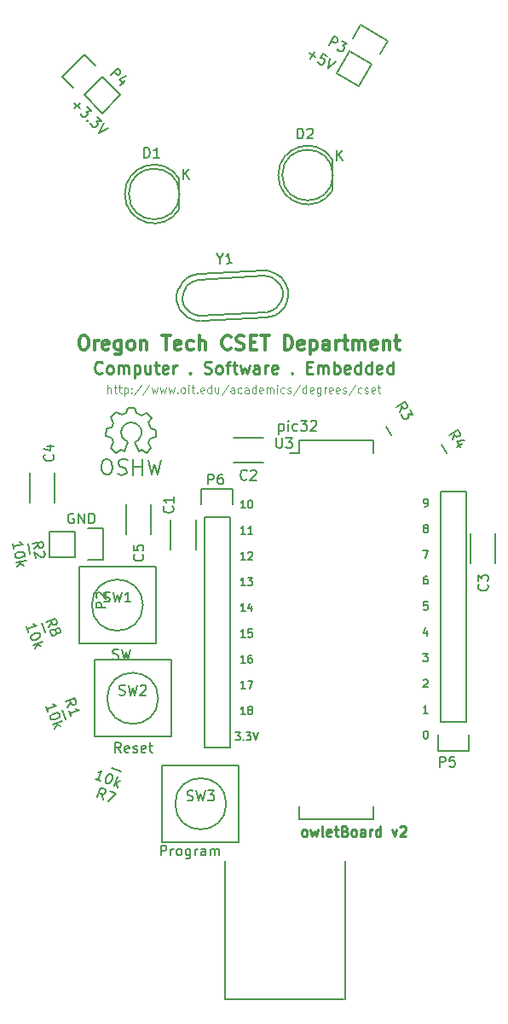
<source format=gto>
G04 #@! TF.FileFunction,Legend,Top*
%FSLAX46Y46*%
G04 Gerber Fmt 4.6, Leading zero omitted, Abs format (unit mm)*
G04 Created by KiCad (PCBNEW 0.201507042246+5884~23~ubuntu14.04.1-product) date Thu 09 Jul 2015 02:20:40 PM PDT*
%MOMM*%
G01*
G04 APERTURE LIST*
%ADD10C,0.150000*%
%ADD11C,0.250000*%
%ADD12C,0.125000*%
%ADD13C,0.300000*%
%ADD14C,0.187500*%
G04 APERTURE END LIST*
D10*
D11*
X220448808Y-147099281D02*
X220353570Y-147051662D01*
X220305951Y-147004043D01*
X220258332Y-146908805D01*
X220258332Y-146623090D01*
X220305951Y-146527852D01*
X220353570Y-146480233D01*
X220448808Y-146432614D01*
X220591666Y-146432614D01*
X220686904Y-146480233D01*
X220734523Y-146527852D01*
X220782142Y-146623090D01*
X220782142Y-146908805D01*
X220734523Y-147004043D01*
X220686904Y-147051662D01*
X220591666Y-147099281D01*
X220448808Y-147099281D01*
X221115475Y-146432614D02*
X221305951Y-147099281D01*
X221496428Y-146623090D01*
X221686904Y-147099281D01*
X221877380Y-146432614D01*
X222401189Y-147099281D02*
X222305951Y-147051662D01*
X222258332Y-146956424D01*
X222258332Y-146099281D01*
X223163095Y-147051662D02*
X223067857Y-147099281D01*
X222877380Y-147099281D01*
X222782142Y-147051662D01*
X222734523Y-146956424D01*
X222734523Y-146575471D01*
X222782142Y-146480233D01*
X222877380Y-146432614D01*
X223067857Y-146432614D01*
X223163095Y-146480233D01*
X223210714Y-146575471D01*
X223210714Y-146670710D01*
X222734523Y-146765948D01*
X223496428Y-146432614D02*
X223877380Y-146432614D01*
X223639285Y-146099281D02*
X223639285Y-146956424D01*
X223686904Y-147051662D01*
X223782142Y-147099281D01*
X223877380Y-147099281D01*
X224544048Y-146575471D02*
X224686905Y-146623090D01*
X224734524Y-146670710D01*
X224782143Y-146765948D01*
X224782143Y-146908805D01*
X224734524Y-147004043D01*
X224686905Y-147051662D01*
X224591667Y-147099281D01*
X224210714Y-147099281D01*
X224210714Y-146099281D01*
X224544048Y-146099281D01*
X224639286Y-146146900D01*
X224686905Y-146194519D01*
X224734524Y-146289757D01*
X224734524Y-146384995D01*
X224686905Y-146480233D01*
X224639286Y-146527852D01*
X224544048Y-146575471D01*
X224210714Y-146575471D01*
X225353571Y-147099281D02*
X225258333Y-147051662D01*
X225210714Y-147004043D01*
X225163095Y-146908805D01*
X225163095Y-146623090D01*
X225210714Y-146527852D01*
X225258333Y-146480233D01*
X225353571Y-146432614D01*
X225496429Y-146432614D01*
X225591667Y-146480233D01*
X225639286Y-146527852D01*
X225686905Y-146623090D01*
X225686905Y-146908805D01*
X225639286Y-147004043D01*
X225591667Y-147051662D01*
X225496429Y-147099281D01*
X225353571Y-147099281D01*
X226544048Y-147099281D02*
X226544048Y-146575471D01*
X226496429Y-146480233D01*
X226401191Y-146432614D01*
X226210714Y-146432614D01*
X226115476Y-146480233D01*
X226544048Y-147051662D02*
X226448810Y-147099281D01*
X226210714Y-147099281D01*
X226115476Y-147051662D01*
X226067857Y-146956424D01*
X226067857Y-146861186D01*
X226115476Y-146765948D01*
X226210714Y-146718329D01*
X226448810Y-146718329D01*
X226544048Y-146670710D01*
X227020238Y-147099281D02*
X227020238Y-146432614D01*
X227020238Y-146623090D02*
X227067857Y-146527852D01*
X227115476Y-146480233D01*
X227210714Y-146432614D01*
X227305953Y-146432614D01*
X228067858Y-147099281D02*
X228067858Y-146099281D01*
X228067858Y-147051662D02*
X227972620Y-147099281D01*
X227782143Y-147099281D01*
X227686905Y-147051662D01*
X227639286Y-147004043D01*
X227591667Y-146908805D01*
X227591667Y-146623090D01*
X227639286Y-146527852D01*
X227686905Y-146480233D01*
X227782143Y-146432614D01*
X227972620Y-146432614D01*
X228067858Y-146480233D01*
X229210715Y-146432614D02*
X229448810Y-147099281D01*
X229686906Y-146432614D01*
X230020239Y-146194519D02*
X230067858Y-146146900D01*
X230163096Y-146099281D01*
X230401192Y-146099281D01*
X230496430Y-146146900D01*
X230544049Y-146194519D01*
X230591668Y-146289757D01*
X230591668Y-146384995D01*
X230544049Y-146527852D01*
X229972620Y-147099281D01*
X230591668Y-147099281D01*
D12*
X200979186Y-103117605D02*
X200979186Y-102317605D01*
X201322043Y-103117605D02*
X201322043Y-102698557D01*
X201283948Y-102622367D01*
X201207758Y-102584271D01*
X201093472Y-102584271D01*
X201017281Y-102622367D01*
X200979186Y-102660462D01*
X201588710Y-102584271D02*
X201893472Y-102584271D01*
X201702996Y-102317605D02*
X201702996Y-103003319D01*
X201741091Y-103079510D01*
X201817282Y-103117605D01*
X201893472Y-103117605D01*
X202045853Y-102584271D02*
X202350615Y-102584271D01*
X202160139Y-102317605D02*
X202160139Y-103003319D01*
X202198234Y-103079510D01*
X202274425Y-103117605D01*
X202350615Y-103117605D01*
X202617282Y-102584271D02*
X202617282Y-103384271D01*
X202617282Y-102622367D02*
X202693473Y-102584271D01*
X202845854Y-102584271D01*
X202922044Y-102622367D01*
X202960139Y-102660462D01*
X202998235Y-102736652D01*
X202998235Y-102965224D01*
X202960139Y-103041414D01*
X202922044Y-103079510D01*
X202845854Y-103117605D01*
X202693473Y-103117605D01*
X202617282Y-103079510D01*
X203341092Y-103041414D02*
X203379187Y-103079510D01*
X203341092Y-103117605D01*
X203302997Y-103079510D01*
X203341092Y-103041414D01*
X203341092Y-103117605D01*
X203341092Y-102622367D02*
X203379187Y-102660462D01*
X203341092Y-102698557D01*
X203302997Y-102660462D01*
X203341092Y-102622367D01*
X203341092Y-102698557D01*
X204293473Y-102279510D02*
X203607758Y-103308081D01*
X205131568Y-102279510D02*
X204445853Y-103308081D01*
X205322044Y-102584271D02*
X205474425Y-103117605D01*
X205626806Y-102736652D01*
X205779187Y-103117605D01*
X205931568Y-102584271D01*
X206160139Y-102584271D02*
X206312520Y-103117605D01*
X206464901Y-102736652D01*
X206617282Y-103117605D01*
X206769663Y-102584271D01*
X206998234Y-102584271D02*
X207150615Y-103117605D01*
X207302996Y-102736652D01*
X207455377Y-103117605D01*
X207607758Y-102584271D01*
X207912519Y-103041414D02*
X207950614Y-103079510D01*
X207912519Y-103117605D01*
X207874424Y-103079510D01*
X207912519Y-103041414D01*
X207912519Y-103117605D01*
X208407757Y-103117605D02*
X208331566Y-103079510D01*
X208293471Y-103041414D01*
X208255376Y-102965224D01*
X208255376Y-102736652D01*
X208293471Y-102660462D01*
X208331566Y-102622367D01*
X208407757Y-102584271D01*
X208522043Y-102584271D01*
X208598233Y-102622367D01*
X208636328Y-102660462D01*
X208674424Y-102736652D01*
X208674424Y-102965224D01*
X208636328Y-103041414D01*
X208598233Y-103079510D01*
X208522043Y-103117605D01*
X208407757Y-103117605D01*
X209017281Y-103117605D02*
X209017281Y-102584271D01*
X209017281Y-102317605D02*
X208979186Y-102355700D01*
X209017281Y-102393795D01*
X209055376Y-102355700D01*
X209017281Y-102317605D01*
X209017281Y-102393795D01*
X209283947Y-102584271D02*
X209588709Y-102584271D01*
X209398233Y-102317605D02*
X209398233Y-103003319D01*
X209436328Y-103079510D01*
X209512519Y-103117605D01*
X209588709Y-103117605D01*
X209855376Y-103041414D02*
X209893471Y-103079510D01*
X209855376Y-103117605D01*
X209817281Y-103079510D01*
X209855376Y-103041414D01*
X209855376Y-103117605D01*
X210541090Y-103079510D02*
X210464900Y-103117605D01*
X210312519Y-103117605D01*
X210236328Y-103079510D01*
X210198233Y-103003319D01*
X210198233Y-102698557D01*
X210236328Y-102622367D01*
X210312519Y-102584271D01*
X210464900Y-102584271D01*
X210541090Y-102622367D01*
X210579185Y-102698557D01*
X210579185Y-102774748D01*
X210198233Y-102850938D01*
X211264899Y-103117605D02*
X211264899Y-102317605D01*
X211264899Y-103079510D02*
X211188709Y-103117605D01*
X211036328Y-103117605D01*
X210960137Y-103079510D01*
X210922042Y-103041414D01*
X210883947Y-102965224D01*
X210883947Y-102736652D01*
X210922042Y-102660462D01*
X210960137Y-102622367D01*
X211036328Y-102584271D01*
X211188709Y-102584271D01*
X211264899Y-102622367D01*
X211988709Y-102584271D02*
X211988709Y-103117605D01*
X211645852Y-102584271D02*
X211645852Y-103003319D01*
X211683947Y-103079510D01*
X211760138Y-103117605D01*
X211874424Y-103117605D01*
X211950614Y-103079510D01*
X211988709Y-103041414D01*
X212941091Y-102279510D02*
X212255376Y-103308081D01*
X213550614Y-103117605D02*
X213550614Y-102698557D01*
X213512519Y-102622367D01*
X213436329Y-102584271D01*
X213283948Y-102584271D01*
X213207757Y-102622367D01*
X213550614Y-103079510D02*
X213474424Y-103117605D01*
X213283948Y-103117605D01*
X213207757Y-103079510D01*
X213169662Y-103003319D01*
X213169662Y-102927129D01*
X213207757Y-102850938D01*
X213283948Y-102812843D01*
X213474424Y-102812843D01*
X213550614Y-102774748D01*
X214274424Y-103079510D02*
X214198234Y-103117605D01*
X214045853Y-103117605D01*
X213969662Y-103079510D01*
X213931567Y-103041414D01*
X213893472Y-102965224D01*
X213893472Y-102736652D01*
X213931567Y-102660462D01*
X213969662Y-102622367D01*
X214045853Y-102584271D01*
X214198234Y-102584271D01*
X214274424Y-102622367D01*
X214960138Y-103117605D02*
X214960138Y-102698557D01*
X214922043Y-102622367D01*
X214845853Y-102584271D01*
X214693472Y-102584271D01*
X214617281Y-102622367D01*
X214960138Y-103079510D02*
X214883948Y-103117605D01*
X214693472Y-103117605D01*
X214617281Y-103079510D01*
X214579186Y-103003319D01*
X214579186Y-102927129D01*
X214617281Y-102850938D01*
X214693472Y-102812843D01*
X214883948Y-102812843D01*
X214960138Y-102774748D01*
X215683948Y-103117605D02*
X215683948Y-102317605D01*
X215683948Y-103079510D02*
X215607758Y-103117605D01*
X215455377Y-103117605D01*
X215379186Y-103079510D01*
X215341091Y-103041414D01*
X215302996Y-102965224D01*
X215302996Y-102736652D01*
X215341091Y-102660462D01*
X215379186Y-102622367D01*
X215455377Y-102584271D01*
X215607758Y-102584271D01*
X215683948Y-102622367D01*
X216369663Y-103079510D02*
X216293473Y-103117605D01*
X216141092Y-103117605D01*
X216064901Y-103079510D01*
X216026806Y-103003319D01*
X216026806Y-102698557D01*
X216064901Y-102622367D01*
X216141092Y-102584271D01*
X216293473Y-102584271D01*
X216369663Y-102622367D01*
X216407758Y-102698557D01*
X216407758Y-102774748D01*
X216026806Y-102850938D01*
X216750615Y-103117605D02*
X216750615Y-102584271D01*
X216750615Y-102660462D02*
X216788710Y-102622367D01*
X216864901Y-102584271D01*
X216979187Y-102584271D01*
X217055377Y-102622367D01*
X217093472Y-102698557D01*
X217093472Y-103117605D01*
X217093472Y-102698557D02*
X217131568Y-102622367D01*
X217207758Y-102584271D01*
X217322044Y-102584271D01*
X217398234Y-102622367D01*
X217436329Y-102698557D01*
X217436329Y-103117605D01*
X217817282Y-103117605D02*
X217817282Y-102584271D01*
X217817282Y-102317605D02*
X217779187Y-102355700D01*
X217817282Y-102393795D01*
X217855377Y-102355700D01*
X217817282Y-102317605D01*
X217817282Y-102393795D01*
X218541091Y-103079510D02*
X218464901Y-103117605D01*
X218312520Y-103117605D01*
X218236329Y-103079510D01*
X218198234Y-103041414D01*
X218160139Y-102965224D01*
X218160139Y-102736652D01*
X218198234Y-102660462D01*
X218236329Y-102622367D01*
X218312520Y-102584271D01*
X218464901Y-102584271D01*
X218541091Y-102622367D01*
X218845853Y-103079510D02*
X218922043Y-103117605D01*
X219074424Y-103117605D01*
X219150615Y-103079510D01*
X219188710Y-103003319D01*
X219188710Y-102965224D01*
X219150615Y-102889033D01*
X219074424Y-102850938D01*
X218960139Y-102850938D01*
X218883948Y-102812843D01*
X218845853Y-102736652D01*
X218845853Y-102698557D01*
X218883948Y-102622367D01*
X218960139Y-102584271D01*
X219074424Y-102584271D01*
X219150615Y-102622367D01*
X220102996Y-102279510D02*
X219417281Y-103308081D01*
X220712519Y-103117605D02*
X220712519Y-102317605D01*
X220712519Y-103079510D02*
X220636329Y-103117605D01*
X220483948Y-103117605D01*
X220407757Y-103079510D01*
X220369662Y-103041414D01*
X220331567Y-102965224D01*
X220331567Y-102736652D01*
X220369662Y-102660462D01*
X220407757Y-102622367D01*
X220483948Y-102584271D01*
X220636329Y-102584271D01*
X220712519Y-102622367D01*
X221398234Y-103079510D02*
X221322044Y-103117605D01*
X221169663Y-103117605D01*
X221093472Y-103079510D01*
X221055377Y-103003319D01*
X221055377Y-102698557D01*
X221093472Y-102622367D01*
X221169663Y-102584271D01*
X221322044Y-102584271D01*
X221398234Y-102622367D01*
X221436329Y-102698557D01*
X221436329Y-102774748D01*
X221055377Y-102850938D01*
X222122043Y-102584271D02*
X222122043Y-103231890D01*
X222083948Y-103308081D01*
X222045853Y-103346176D01*
X221969662Y-103384271D01*
X221855377Y-103384271D01*
X221779186Y-103346176D01*
X222122043Y-103079510D02*
X222045853Y-103117605D01*
X221893472Y-103117605D01*
X221817281Y-103079510D01*
X221779186Y-103041414D01*
X221741091Y-102965224D01*
X221741091Y-102736652D01*
X221779186Y-102660462D01*
X221817281Y-102622367D01*
X221893472Y-102584271D01*
X222045853Y-102584271D01*
X222122043Y-102622367D01*
X222502996Y-103117605D02*
X222502996Y-102584271D01*
X222502996Y-102736652D02*
X222541091Y-102660462D01*
X222579187Y-102622367D01*
X222655377Y-102584271D01*
X222731568Y-102584271D01*
X223302996Y-103079510D02*
X223226806Y-103117605D01*
X223074425Y-103117605D01*
X222998234Y-103079510D01*
X222960139Y-103003319D01*
X222960139Y-102698557D01*
X222998234Y-102622367D01*
X223074425Y-102584271D01*
X223226806Y-102584271D01*
X223302996Y-102622367D01*
X223341091Y-102698557D01*
X223341091Y-102774748D01*
X222960139Y-102850938D01*
X223988710Y-103079510D02*
X223912520Y-103117605D01*
X223760139Y-103117605D01*
X223683948Y-103079510D01*
X223645853Y-103003319D01*
X223645853Y-102698557D01*
X223683948Y-102622367D01*
X223760139Y-102584271D01*
X223912520Y-102584271D01*
X223988710Y-102622367D01*
X224026805Y-102698557D01*
X224026805Y-102774748D01*
X223645853Y-102850938D01*
X224331567Y-103079510D02*
X224407757Y-103117605D01*
X224560138Y-103117605D01*
X224636329Y-103079510D01*
X224674424Y-103003319D01*
X224674424Y-102965224D01*
X224636329Y-102889033D01*
X224560138Y-102850938D01*
X224445853Y-102850938D01*
X224369662Y-102812843D01*
X224331567Y-102736652D01*
X224331567Y-102698557D01*
X224369662Y-102622367D01*
X224445853Y-102584271D01*
X224560138Y-102584271D01*
X224636329Y-102622367D01*
X225588710Y-102279510D02*
X224902995Y-103308081D01*
X226198233Y-103079510D02*
X226122043Y-103117605D01*
X225969662Y-103117605D01*
X225893471Y-103079510D01*
X225855376Y-103041414D01*
X225817281Y-102965224D01*
X225817281Y-102736652D01*
X225855376Y-102660462D01*
X225893471Y-102622367D01*
X225969662Y-102584271D01*
X226122043Y-102584271D01*
X226198233Y-102622367D01*
X226502995Y-103079510D02*
X226579185Y-103117605D01*
X226731566Y-103117605D01*
X226807757Y-103079510D01*
X226845852Y-103003319D01*
X226845852Y-102965224D01*
X226807757Y-102889033D01*
X226731566Y-102850938D01*
X226617281Y-102850938D01*
X226541090Y-102812843D01*
X226502995Y-102736652D01*
X226502995Y-102698557D01*
X226541090Y-102622367D01*
X226617281Y-102584271D01*
X226731566Y-102584271D01*
X226807757Y-102622367D01*
X227493471Y-103079510D02*
X227417281Y-103117605D01*
X227264900Y-103117605D01*
X227188709Y-103079510D01*
X227150614Y-103003319D01*
X227150614Y-102698557D01*
X227188709Y-102622367D01*
X227264900Y-102584271D01*
X227417281Y-102584271D01*
X227493471Y-102622367D01*
X227531566Y-102698557D01*
X227531566Y-102774748D01*
X227150614Y-102850938D01*
X227760137Y-102584271D02*
X228064899Y-102584271D01*
X227874423Y-102317605D02*
X227874423Y-103003319D01*
X227912518Y-103079510D01*
X227988709Y-103117605D01*
X228064899Y-103117605D01*
D11*
X200417288Y-101076071D02*
X200360145Y-101133214D01*
X200188716Y-101190357D01*
X200074430Y-101190357D01*
X199903002Y-101133214D01*
X199788716Y-101018929D01*
X199731573Y-100904643D01*
X199674430Y-100676071D01*
X199674430Y-100504643D01*
X199731573Y-100276071D01*
X199788716Y-100161786D01*
X199903002Y-100047500D01*
X200074430Y-99990357D01*
X200188716Y-99990357D01*
X200360145Y-100047500D01*
X200417288Y-100104643D01*
X201103002Y-101190357D02*
X200988716Y-101133214D01*
X200931573Y-101076071D01*
X200874430Y-100961786D01*
X200874430Y-100618929D01*
X200931573Y-100504643D01*
X200988716Y-100447500D01*
X201103002Y-100390357D01*
X201274430Y-100390357D01*
X201388716Y-100447500D01*
X201445859Y-100504643D01*
X201503002Y-100618929D01*
X201503002Y-100961786D01*
X201445859Y-101076071D01*
X201388716Y-101133214D01*
X201274430Y-101190357D01*
X201103002Y-101190357D01*
X202017287Y-101190357D02*
X202017287Y-100390357D01*
X202017287Y-100504643D02*
X202074430Y-100447500D01*
X202188716Y-100390357D01*
X202360144Y-100390357D01*
X202474430Y-100447500D01*
X202531573Y-100561786D01*
X202531573Y-101190357D01*
X202531573Y-100561786D02*
X202588716Y-100447500D01*
X202703002Y-100390357D01*
X202874430Y-100390357D01*
X202988716Y-100447500D01*
X203045859Y-100561786D01*
X203045859Y-101190357D01*
X203617287Y-100390357D02*
X203617287Y-101590357D01*
X203617287Y-100447500D02*
X203731573Y-100390357D01*
X203960144Y-100390357D01*
X204074430Y-100447500D01*
X204131573Y-100504643D01*
X204188716Y-100618929D01*
X204188716Y-100961786D01*
X204131573Y-101076071D01*
X204074430Y-101133214D01*
X203960144Y-101190357D01*
X203731573Y-101190357D01*
X203617287Y-101133214D01*
X205217287Y-100390357D02*
X205217287Y-101190357D01*
X204703001Y-100390357D02*
X204703001Y-101018929D01*
X204760144Y-101133214D01*
X204874430Y-101190357D01*
X205045858Y-101190357D01*
X205160144Y-101133214D01*
X205217287Y-101076071D01*
X205617287Y-100390357D02*
X206074430Y-100390357D01*
X205788715Y-99990357D02*
X205788715Y-101018929D01*
X205845858Y-101133214D01*
X205960144Y-101190357D01*
X206074430Y-101190357D01*
X206931572Y-101133214D02*
X206817286Y-101190357D01*
X206588715Y-101190357D01*
X206474429Y-101133214D01*
X206417286Y-101018929D01*
X206417286Y-100561786D01*
X206474429Y-100447500D01*
X206588715Y-100390357D01*
X206817286Y-100390357D01*
X206931572Y-100447500D01*
X206988715Y-100561786D01*
X206988715Y-100676071D01*
X206417286Y-100790357D01*
X207503000Y-101190357D02*
X207503000Y-100390357D01*
X207503000Y-100618929D02*
X207560143Y-100504643D01*
X207617286Y-100447500D01*
X207731572Y-100390357D01*
X207845857Y-100390357D01*
X209160143Y-101076071D02*
X209217286Y-101133214D01*
X209160143Y-101190357D01*
X209103000Y-101133214D01*
X209160143Y-101076071D01*
X209160143Y-101190357D01*
X210588715Y-101133214D02*
X210760144Y-101190357D01*
X211045858Y-101190357D01*
X211160144Y-101133214D01*
X211217287Y-101076071D01*
X211274430Y-100961786D01*
X211274430Y-100847500D01*
X211217287Y-100733214D01*
X211160144Y-100676071D01*
X211045858Y-100618929D01*
X210817287Y-100561786D01*
X210703001Y-100504643D01*
X210645858Y-100447500D01*
X210588715Y-100333214D01*
X210588715Y-100218929D01*
X210645858Y-100104643D01*
X210703001Y-100047500D01*
X210817287Y-99990357D01*
X211103001Y-99990357D01*
X211274430Y-100047500D01*
X211960144Y-101190357D02*
X211845858Y-101133214D01*
X211788715Y-101076071D01*
X211731572Y-100961786D01*
X211731572Y-100618929D01*
X211788715Y-100504643D01*
X211845858Y-100447500D01*
X211960144Y-100390357D01*
X212131572Y-100390357D01*
X212245858Y-100447500D01*
X212303001Y-100504643D01*
X212360144Y-100618929D01*
X212360144Y-100961786D01*
X212303001Y-101076071D01*
X212245858Y-101133214D01*
X212131572Y-101190357D01*
X211960144Y-101190357D01*
X212703001Y-100390357D02*
X213160144Y-100390357D01*
X212874429Y-101190357D02*
X212874429Y-100161786D01*
X212931572Y-100047500D01*
X213045858Y-99990357D01*
X213160144Y-99990357D01*
X213388715Y-100390357D02*
X213845858Y-100390357D01*
X213560143Y-99990357D02*
X213560143Y-101018929D01*
X213617286Y-101133214D01*
X213731572Y-101190357D01*
X213845858Y-101190357D01*
X214131572Y-100390357D02*
X214360143Y-101190357D01*
X214588714Y-100618929D01*
X214817286Y-101190357D01*
X215045857Y-100390357D01*
X216017286Y-101190357D02*
X216017286Y-100561786D01*
X215960143Y-100447500D01*
X215845857Y-100390357D01*
X215617286Y-100390357D01*
X215503000Y-100447500D01*
X216017286Y-101133214D02*
X215903000Y-101190357D01*
X215617286Y-101190357D01*
X215503000Y-101133214D01*
X215445857Y-101018929D01*
X215445857Y-100904643D01*
X215503000Y-100790357D01*
X215617286Y-100733214D01*
X215903000Y-100733214D01*
X216017286Y-100676071D01*
X216588714Y-101190357D02*
X216588714Y-100390357D01*
X216588714Y-100618929D02*
X216645857Y-100504643D01*
X216703000Y-100447500D01*
X216817286Y-100390357D01*
X216931571Y-100390357D01*
X217788714Y-101133214D02*
X217674428Y-101190357D01*
X217445857Y-101190357D01*
X217331571Y-101133214D01*
X217274428Y-101018929D01*
X217274428Y-100561786D01*
X217331571Y-100447500D01*
X217445857Y-100390357D01*
X217674428Y-100390357D01*
X217788714Y-100447500D01*
X217845857Y-100561786D01*
X217845857Y-100676071D01*
X217274428Y-100790357D01*
X219274428Y-101076071D02*
X219331571Y-101133214D01*
X219274428Y-101190357D01*
X219217285Y-101133214D01*
X219274428Y-101076071D01*
X219274428Y-101190357D01*
X220760143Y-100561786D02*
X221160143Y-100561786D01*
X221331572Y-101190357D02*
X220760143Y-101190357D01*
X220760143Y-99990357D01*
X221331572Y-99990357D01*
X221845857Y-101190357D02*
X221845857Y-100390357D01*
X221845857Y-100504643D02*
X221903000Y-100447500D01*
X222017286Y-100390357D01*
X222188714Y-100390357D01*
X222303000Y-100447500D01*
X222360143Y-100561786D01*
X222360143Y-101190357D01*
X222360143Y-100561786D02*
X222417286Y-100447500D01*
X222531572Y-100390357D01*
X222703000Y-100390357D01*
X222817286Y-100447500D01*
X222874429Y-100561786D01*
X222874429Y-101190357D01*
X223445857Y-101190357D02*
X223445857Y-99990357D01*
X223445857Y-100447500D02*
X223560143Y-100390357D01*
X223788714Y-100390357D01*
X223903000Y-100447500D01*
X223960143Y-100504643D01*
X224017286Y-100618929D01*
X224017286Y-100961786D01*
X223960143Y-101076071D01*
X223903000Y-101133214D01*
X223788714Y-101190357D01*
X223560143Y-101190357D01*
X223445857Y-101133214D01*
X224988714Y-101133214D02*
X224874428Y-101190357D01*
X224645857Y-101190357D01*
X224531571Y-101133214D01*
X224474428Y-101018929D01*
X224474428Y-100561786D01*
X224531571Y-100447500D01*
X224645857Y-100390357D01*
X224874428Y-100390357D01*
X224988714Y-100447500D01*
X225045857Y-100561786D01*
X225045857Y-100676071D01*
X224474428Y-100790357D01*
X226074428Y-101190357D02*
X226074428Y-99990357D01*
X226074428Y-101133214D02*
X225960142Y-101190357D01*
X225731571Y-101190357D01*
X225617285Y-101133214D01*
X225560142Y-101076071D01*
X225502999Y-100961786D01*
X225502999Y-100618929D01*
X225560142Y-100504643D01*
X225617285Y-100447500D01*
X225731571Y-100390357D01*
X225960142Y-100390357D01*
X226074428Y-100447500D01*
X227160142Y-101190357D02*
X227160142Y-99990357D01*
X227160142Y-101133214D02*
X227045856Y-101190357D01*
X226817285Y-101190357D01*
X226702999Y-101133214D01*
X226645856Y-101076071D01*
X226588713Y-100961786D01*
X226588713Y-100618929D01*
X226645856Y-100504643D01*
X226702999Y-100447500D01*
X226817285Y-100390357D01*
X227045856Y-100390357D01*
X227160142Y-100447500D01*
X228188713Y-101133214D02*
X228074427Y-101190357D01*
X227845856Y-101190357D01*
X227731570Y-101133214D01*
X227674427Y-101018929D01*
X227674427Y-100561786D01*
X227731570Y-100447500D01*
X227845856Y-100390357D01*
X228074427Y-100390357D01*
X228188713Y-100447500D01*
X228245856Y-100561786D01*
X228245856Y-100676071D01*
X227674427Y-100790357D01*
X229274427Y-101190357D02*
X229274427Y-99990357D01*
X229274427Y-101133214D02*
X229160141Y-101190357D01*
X228931570Y-101190357D01*
X228817284Y-101133214D01*
X228760141Y-101076071D01*
X228702998Y-100961786D01*
X228702998Y-100618929D01*
X228760141Y-100504643D01*
X228817284Y-100447500D01*
X228931570Y-100390357D01*
X229160141Y-100390357D01*
X229274427Y-100447500D01*
D13*
X198461731Y-97417033D02*
X198728398Y-97417033D01*
X198861731Y-97483700D01*
X198995064Y-97617033D01*
X199061731Y-97883700D01*
X199061731Y-98350367D01*
X198995064Y-98617033D01*
X198861731Y-98750367D01*
X198728398Y-98817033D01*
X198461731Y-98817033D01*
X198328398Y-98750367D01*
X198195064Y-98617033D01*
X198128398Y-98350367D01*
X198128398Y-97883700D01*
X198195064Y-97617033D01*
X198328398Y-97483700D01*
X198461731Y-97417033D01*
X199661731Y-98817033D02*
X199661731Y-97883700D01*
X199661731Y-98150367D02*
X199728398Y-98017033D01*
X199795065Y-97950367D01*
X199928398Y-97883700D01*
X200061731Y-97883700D01*
X201061732Y-98750367D02*
X200928398Y-98817033D01*
X200661732Y-98817033D01*
X200528398Y-98750367D01*
X200461732Y-98617033D01*
X200461732Y-98083700D01*
X200528398Y-97950367D01*
X200661732Y-97883700D01*
X200928398Y-97883700D01*
X201061732Y-97950367D01*
X201128398Y-98083700D01*
X201128398Y-98217033D01*
X200461732Y-98350367D01*
X202328398Y-97883700D02*
X202328398Y-99017033D01*
X202261732Y-99150367D01*
X202195065Y-99217033D01*
X202061732Y-99283700D01*
X201861732Y-99283700D01*
X201728398Y-99217033D01*
X202328398Y-98750367D02*
X202195065Y-98817033D01*
X201928398Y-98817033D01*
X201795065Y-98750367D01*
X201728398Y-98683700D01*
X201661732Y-98550367D01*
X201661732Y-98150367D01*
X201728398Y-98017033D01*
X201795065Y-97950367D01*
X201928398Y-97883700D01*
X202195065Y-97883700D01*
X202328398Y-97950367D01*
X203195065Y-98817033D02*
X203061732Y-98750367D01*
X202995065Y-98683700D01*
X202928399Y-98550367D01*
X202928399Y-98150367D01*
X202995065Y-98017033D01*
X203061732Y-97950367D01*
X203195065Y-97883700D01*
X203395065Y-97883700D01*
X203528399Y-97950367D01*
X203595065Y-98017033D01*
X203661732Y-98150367D01*
X203661732Y-98550367D01*
X203595065Y-98683700D01*
X203528399Y-98750367D01*
X203395065Y-98817033D01*
X203195065Y-98817033D01*
X204261732Y-97883700D02*
X204261732Y-98817033D01*
X204261732Y-98017033D02*
X204328399Y-97950367D01*
X204461732Y-97883700D01*
X204661732Y-97883700D01*
X204795066Y-97950367D01*
X204861732Y-98083700D01*
X204861732Y-98817033D01*
X206395066Y-97417033D02*
X207195066Y-97417033D01*
X206795066Y-98817033D02*
X206795066Y-97417033D01*
X208195067Y-98750367D02*
X208061733Y-98817033D01*
X207795067Y-98817033D01*
X207661733Y-98750367D01*
X207595067Y-98617033D01*
X207595067Y-98083700D01*
X207661733Y-97950367D01*
X207795067Y-97883700D01*
X208061733Y-97883700D01*
X208195067Y-97950367D01*
X208261733Y-98083700D01*
X208261733Y-98217033D01*
X207595067Y-98350367D01*
X209461733Y-98750367D02*
X209328400Y-98817033D01*
X209061733Y-98817033D01*
X208928400Y-98750367D01*
X208861733Y-98683700D01*
X208795067Y-98550367D01*
X208795067Y-98150367D01*
X208861733Y-98017033D01*
X208928400Y-97950367D01*
X209061733Y-97883700D01*
X209328400Y-97883700D01*
X209461733Y-97950367D01*
X210061733Y-98817033D02*
X210061733Y-97417033D01*
X210661733Y-98817033D02*
X210661733Y-98083700D01*
X210595067Y-97950367D01*
X210461733Y-97883700D01*
X210261733Y-97883700D01*
X210128400Y-97950367D01*
X210061733Y-98017033D01*
X213195067Y-98683700D02*
X213128401Y-98750367D01*
X212928401Y-98817033D01*
X212795067Y-98817033D01*
X212595067Y-98750367D01*
X212461734Y-98617033D01*
X212395067Y-98483700D01*
X212328401Y-98217033D01*
X212328401Y-98017033D01*
X212395067Y-97750367D01*
X212461734Y-97617033D01*
X212595067Y-97483700D01*
X212795067Y-97417033D01*
X212928401Y-97417033D01*
X213128401Y-97483700D01*
X213195067Y-97550367D01*
X213728401Y-98750367D02*
X213928401Y-98817033D01*
X214261734Y-98817033D01*
X214395067Y-98750367D01*
X214461734Y-98683700D01*
X214528401Y-98550367D01*
X214528401Y-98417033D01*
X214461734Y-98283700D01*
X214395067Y-98217033D01*
X214261734Y-98150367D01*
X213995067Y-98083700D01*
X213861734Y-98017033D01*
X213795067Y-97950367D01*
X213728401Y-97817033D01*
X213728401Y-97683700D01*
X213795067Y-97550367D01*
X213861734Y-97483700D01*
X213995067Y-97417033D01*
X214328401Y-97417033D01*
X214528401Y-97483700D01*
X215128400Y-98083700D02*
X215595067Y-98083700D01*
X215795067Y-98817033D02*
X215128400Y-98817033D01*
X215128400Y-97417033D01*
X215795067Y-97417033D01*
X216195067Y-97417033D02*
X216995067Y-97417033D01*
X216595067Y-98817033D02*
X216595067Y-97417033D01*
X218528401Y-98817033D02*
X218528401Y-97417033D01*
X218861735Y-97417033D01*
X219061735Y-97483700D01*
X219195068Y-97617033D01*
X219261735Y-97750367D01*
X219328401Y-98017033D01*
X219328401Y-98217033D01*
X219261735Y-98483700D01*
X219195068Y-98617033D01*
X219061735Y-98750367D01*
X218861735Y-98817033D01*
X218528401Y-98817033D01*
X220461735Y-98750367D02*
X220328401Y-98817033D01*
X220061735Y-98817033D01*
X219928401Y-98750367D01*
X219861735Y-98617033D01*
X219861735Y-98083700D01*
X219928401Y-97950367D01*
X220061735Y-97883700D01*
X220328401Y-97883700D01*
X220461735Y-97950367D01*
X220528401Y-98083700D01*
X220528401Y-98217033D01*
X219861735Y-98350367D01*
X221128401Y-97883700D02*
X221128401Y-99283700D01*
X221128401Y-97950367D02*
X221261735Y-97883700D01*
X221528401Y-97883700D01*
X221661735Y-97950367D01*
X221728401Y-98017033D01*
X221795068Y-98150367D01*
X221795068Y-98550367D01*
X221728401Y-98683700D01*
X221661735Y-98750367D01*
X221528401Y-98817033D01*
X221261735Y-98817033D01*
X221128401Y-98750367D01*
X222995068Y-98817033D02*
X222995068Y-98083700D01*
X222928402Y-97950367D01*
X222795068Y-97883700D01*
X222528402Y-97883700D01*
X222395068Y-97950367D01*
X222995068Y-98750367D02*
X222861735Y-98817033D01*
X222528402Y-98817033D01*
X222395068Y-98750367D01*
X222328402Y-98617033D01*
X222328402Y-98483700D01*
X222395068Y-98350367D01*
X222528402Y-98283700D01*
X222861735Y-98283700D01*
X222995068Y-98217033D01*
X223661735Y-98817033D02*
X223661735Y-97883700D01*
X223661735Y-98150367D02*
X223728402Y-98017033D01*
X223795069Y-97950367D01*
X223928402Y-97883700D01*
X224061735Y-97883700D01*
X224328402Y-97883700D02*
X224861736Y-97883700D01*
X224528402Y-97417033D02*
X224528402Y-98617033D01*
X224595069Y-98750367D01*
X224728402Y-98817033D01*
X224861736Y-98817033D01*
X225328402Y-98817033D02*
X225328402Y-97883700D01*
X225328402Y-98017033D02*
X225395069Y-97950367D01*
X225528402Y-97883700D01*
X225728402Y-97883700D01*
X225861736Y-97950367D01*
X225928402Y-98083700D01*
X225928402Y-98817033D01*
X225928402Y-98083700D02*
X225995069Y-97950367D01*
X226128402Y-97883700D01*
X226328402Y-97883700D01*
X226461736Y-97950367D01*
X226528402Y-98083700D01*
X226528402Y-98817033D01*
X227728403Y-98750367D02*
X227595069Y-98817033D01*
X227328403Y-98817033D01*
X227195069Y-98750367D01*
X227128403Y-98617033D01*
X227128403Y-98083700D01*
X227195069Y-97950367D01*
X227328403Y-97883700D01*
X227595069Y-97883700D01*
X227728403Y-97950367D01*
X227795069Y-98083700D01*
X227795069Y-98217033D01*
X227128403Y-98350367D01*
X228395069Y-97883700D02*
X228395069Y-98817033D01*
X228395069Y-98017033D02*
X228461736Y-97950367D01*
X228595069Y-97883700D01*
X228795069Y-97883700D01*
X228928403Y-97950367D01*
X228995069Y-98083700D01*
X228995069Y-98817033D01*
X229461736Y-97883700D02*
X229995070Y-97883700D01*
X229661736Y-97417033D02*
X229661736Y-98617033D01*
X229728403Y-98750367D01*
X229861736Y-98817033D01*
X229995070Y-98817033D01*
D14*
X232419543Y-114389557D02*
X232562400Y-114389557D01*
X232633828Y-114352414D01*
X232669543Y-114315271D01*
X232740971Y-114203843D01*
X232776686Y-114055271D01*
X232776686Y-113758129D01*
X232740971Y-113683843D01*
X232705257Y-113646700D01*
X232633828Y-113609557D01*
X232490971Y-113609557D01*
X232419543Y-113646700D01*
X232383828Y-113683843D01*
X232348114Y-113758129D01*
X232348114Y-113943843D01*
X232383828Y-114018129D01*
X232419543Y-114055271D01*
X232490971Y-114092414D01*
X232633828Y-114092414D01*
X232705257Y-114055271D01*
X232740971Y-114018129D01*
X232776686Y-113943843D01*
X232490971Y-116502843D02*
X232419543Y-116465700D01*
X232383828Y-116428557D01*
X232348114Y-116354271D01*
X232348114Y-116317129D01*
X232383828Y-116242843D01*
X232419543Y-116205700D01*
X232490971Y-116168557D01*
X232633828Y-116168557D01*
X232705257Y-116205700D01*
X232740971Y-116242843D01*
X232776686Y-116317129D01*
X232776686Y-116354271D01*
X232740971Y-116428557D01*
X232705257Y-116465700D01*
X232633828Y-116502843D01*
X232490971Y-116502843D01*
X232419543Y-116539986D01*
X232383828Y-116577129D01*
X232348114Y-116651414D01*
X232348114Y-116799986D01*
X232383828Y-116874271D01*
X232419543Y-116911414D01*
X232490971Y-116948557D01*
X232633828Y-116948557D01*
X232705257Y-116911414D01*
X232740971Y-116874271D01*
X232776686Y-116799986D01*
X232776686Y-116651414D01*
X232740971Y-116577129D01*
X232705257Y-116539986D01*
X232633828Y-116502843D01*
X232312400Y-118727557D02*
X232812400Y-118727557D01*
X232490971Y-119507557D01*
X232705257Y-121286557D02*
X232562400Y-121286557D01*
X232490971Y-121323700D01*
X232455257Y-121360843D01*
X232383828Y-121472271D01*
X232348114Y-121620843D01*
X232348114Y-121917986D01*
X232383828Y-121992271D01*
X232419543Y-122029414D01*
X232490971Y-122066557D01*
X232633828Y-122066557D01*
X232705257Y-122029414D01*
X232740971Y-121992271D01*
X232776686Y-121917986D01*
X232776686Y-121732271D01*
X232740971Y-121657986D01*
X232705257Y-121620843D01*
X232633828Y-121583700D01*
X232490971Y-121583700D01*
X232419543Y-121620843D01*
X232383828Y-121657986D01*
X232348114Y-121732271D01*
X232740971Y-123845557D02*
X232383828Y-123845557D01*
X232348114Y-124216986D01*
X232383828Y-124179843D01*
X232455257Y-124142700D01*
X232633828Y-124142700D01*
X232705257Y-124179843D01*
X232740971Y-124216986D01*
X232776686Y-124291271D01*
X232776686Y-124476986D01*
X232740971Y-124551271D01*
X232705257Y-124588414D01*
X232633828Y-124625557D01*
X232455257Y-124625557D01*
X232383828Y-124588414D01*
X232348114Y-124551271D01*
X232705257Y-126664557D02*
X232705257Y-127184557D01*
X232526686Y-126367414D02*
X232348114Y-126924557D01*
X232812400Y-126924557D01*
X232312400Y-128963557D02*
X232776686Y-128963557D01*
X232526686Y-129260700D01*
X232633828Y-129260700D01*
X232705257Y-129297843D01*
X232740971Y-129334986D01*
X232776686Y-129409271D01*
X232776686Y-129594986D01*
X232740971Y-129669271D01*
X232705257Y-129706414D01*
X232633828Y-129743557D01*
X232419543Y-129743557D01*
X232348114Y-129706414D01*
X232312400Y-129669271D01*
X232348114Y-131596843D02*
X232383828Y-131559700D01*
X232455257Y-131522557D01*
X232633828Y-131522557D01*
X232705257Y-131559700D01*
X232740971Y-131596843D01*
X232776686Y-131671129D01*
X232776686Y-131745414D01*
X232740971Y-131856843D01*
X232312400Y-132302557D01*
X232776686Y-132302557D01*
X232776686Y-134861557D02*
X232348114Y-134861557D01*
X232562400Y-134861557D02*
X232562400Y-134081557D01*
X232490971Y-134192986D01*
X232419543Y-134267271D01*
X232348114Y-134304414D01*
X232526686Y-136640557D02*
X232598114Y-136640557D01*
X232669543Y-136677700D01*
X232705257Y-136714843D01*
X232740971Y-136789129D01*
X232776686Y-136937700D01*
X232776686Y-137123414D01*
X232740971Y-137271986D01*
X232705257Y-137346271D01*
X232669543Y-137383414D01*
X232598114Y-137420557D01*
X232526686Y-137420557D01*
X232455257Y-137383414D01*
X232419543Y-137346271D01*
X232383828Y-137271986D01*
X232348114Y-137123414D01*
X232348114Y-136937700D01*
X232383828Y-136789129D01*
X232419543Y-136714843D01*
X232455257Y-136677700D01*
X232526686Y-136640557D01*
X214626843Y-114529257D02*
X214198271Y-114529257D01*
X214412557Y-114529257D02*
X214412557Y-113749257D01*
X214341128Y-113860686D01*
X214269700Y-113934971D01*
X214198271Y-113972114D01*
X215091129Y-113749257D02*
X215162557Y-113749257D01*
X215233986Y-113786400D01*
X215269700Y-113823543D01*
X215305414Y-113897829D01*
X215341129Y-114046400D01*
X215341129Y-114232114D01*
X215305414Y-114380686D01*
X215269700Y-114454971D01*
X215233986Y-114492114D01*
X215162557Y-114529257D01*
X215091129Y-114529257D01*
X215019700Y-114492114D01*
X214983986Y-114454971D01*
X214948271Y-114380686D01*
X214912557Y-114232114D01*
X214912557Y-114046400D01*
X214948271Y-113897829D01*
X214983986Y-113823543D01*
X215019700Y-113786400D01*
X215091129Y-113749257D01*
X214626843Y-117088257D02*
X214198271Y-117088257D01*
X214412557Y-117088257D02*
X214412557Y-116308257D01*
X214341128Y-116419686D01*
X214269700Y-116493971D01*
X214198271Y-116531114D01*
X215341129Y-117088257D02*
X214912557Y-117088257D01*
X215126843Y-117088257D02*
X215126843Y-116308257D01*
X215055414Y-116419686D01*
X214983986Y-116493971D01*
X214912557Y-116531114D01*
X214626843Y-119647257D02*
X214198271Y-119647257D01*
X214412557Y-119647257D02*
X214412557Y-118867257D01*
X214341128Y-118978686D01*
X214269700Y-119052971D01*
X214198271Y-119090114D01*
X214912557Y-118941543D02*
X214948271Y-118904400D01*
X215019700Y-118867257D01*
X215198271Y-118867257D01*
X215269700Y-118904400D01*
X215305414Y-118941543D01*
X215341129Y-119015829D01*
X215341129Y-119090114D01*
X215305414Y-119201543D01*
X214876843Y-119647257D01*
X215341129Y-119647257D01*
X214626843Y-122206257D02*
X214198271Y-122206257D01*
X214412557Y-122206257D02*
X214412557Y-121426257D01*
X214341128Y-121537686D01*
X214269700Y-121611971D01*
X214198271Y-121649114D01*
X214876843Y-121426257D02*
X215341129Y-121426257D01*
X215091129Y-121723400D01*
X215198271Y-121723400D01*
X215269700Y-121760543D01*
X215305414Y-121797686D01*
X215341129Y-121871971D01*
X215341129Y-122057686D01*
X215305414Y-122131971D01*
X215269700Y-122169114D01*
X215198271Y-122206257D01*
X214983986Y-122206257D01*
X214912557Y-122169114D01*
X214876843Y-122131971D01*
X214626843Y-124765257D02*
X214198271Y-124765257D01*
X214412557Y-124765257D02*
X214412557Y-123985257D01*
X214341128Y-124096686D01*
X214269700Y-124170971D01*
X214198271Y-124208114D01*
X215269700Y-124245257D02*
X215269700Y-124765257D01*
X215091129Y-123948114D02*
X214912557Y-124505257D01*
X215376843Y-124505257D01*
X214626843Y-127324257D02*
X214198271Y-127324257D01*
X214412557Y-127324257D02*
X214412557Y-126544257D01*
X214341128Y-126655686D01*
X214269700Y-126729971D01*
X214198271Y-126767114D01*
X215305414Y-126544257D02*
X214948271Y-126544257D01*
X214912557Y-126915686D01*
X214948271Y-126878543D01*
X215019700Y-126841400D01*
X215198271Y-126841400D01*
X215269700Y-126878543D01*
X215305414Y-126915686D01*
X215341129Y-126989971D01*
X215341129Y-127175686D01*
X215305414Y-127249971D01*
X215269700Y-127287114D01*
X215198271Y-127324257D01*
X215019700Y-127324257D01*
X214948271Y-127287114D01*
X214912557Y-127249971D01*
X214626843Y-129883257D02*
X214198271Y-129883257D01*
X214412557Y-129883257D02*
X214412557Y-129103257D01*
X214341128Y-129214686D01*
X214269700Y-129288971D01*
X214198271Y-129326114D01*
X215269700Y-129103257D02*
X215126843Y-129103257D01*
X215055414Y-129140400D01*
X215019700Y-129177543D01*
X214948271Y-129288971D01*
X214912557Y-129437543D01*
X214912557Y-129734686D01*
X214948271Y-129808971D01*
X214983986Y-129846114D01*
X215055414Y-129883257D01*
X215198271Y-129883257D01*
X215269700Y-129846114D01*
X215305414Y-129808971D01*
X215341129Y-129734686D01*
X215341129Y-129548971D01*
X215305414Y-129474686D01*
X215269700Y-129437543D01*
X215198271Y-129400400D01*
X215055414Y-129400400D01*
X214983986Y-129437543D01*
X214948271Y-129474686D01*
X214912557Y-129548971D01*
X214626843Y-132442257D02*
X214198271Y-132442257D01*
X214412557Y-132442257D02*
X214412557Y-131662257D01*
X214341128Y-131773686D01*
X214269700Y-131847971D01*
X214198271Y-131885114D01*
X214876843Y-131662257D02*
X215376843Y-131662257D01*
X215055414Y-132442257D01*
X214626843Y-135001257D02*
X214198271Y-135001257D01*
X214412557Y-135001257D02*
X214412557Y-134221257D01*
X214341128Y-134332686D01*
X214269700Y-134406971D01*
X214198271Y-134444114D01*
X215055414Y-134555543D02*
X214983986Y-134518400D01*
X214948271Y-134481257D01*
X214912557Y-134406971D01*
X214912557Y-134369829D01*
X214948271Y-134295543D01*
X214983986Y-134258400D01*
X215055414Y-134221257D01*
X215198271Y-134221257D01*
X215269700Y-134258400D01*
X215305414Y-134295543D01*
X215341129Y-134369829D01*
X215341129Y-134406971D01*
X215305414Y-134481257D01*
X215269700Y-134518400D01*
X215198271Y-134555543D01*
X215055414Y-134555543D01*
X214983986Y-134592686D01*
X214948271Y-134629829D01*
X214912557Y-134704114D01*
X214912557Y-134852686D01*
X214948271Y-134926971D01*
X214983986Y-134964114D01*
X215055414Y-135001257D01*
X215198271Y-135001257D01*
X215269700Y-134964114D01*
X215305414Y-134926971D01*
X215341129Y-134852686D01*
X215341129Y-134704114D01*
X215305414Y-134629829D01*
X215269700Y-134592686D01*
X215198271Y-134555543D01*
X213662557Y-136780257D02*
X214126843Y-136780257D01*
X213876843Y-137077400D01*
X213983985Y-137077400D01*
X214055414Y-137114543D01*
X214091128Y-137151686D01*
X214126843Y-137225971D01*
X214126843Y-137411686D01*
X214091128Y-137485971D01*
X214055414Y-137523114D01*
X213983985Y-137560257D01*
X213769700Y-137560257D01*
X213698271Y-137523114D01*
X213662557Y-137485971D01*
X214448271Y-137485971D02*
X214483986Y-137523114D01*
X214448271Y-137560257D01*
X214412557Y-137523114D01*
X214448271Y-137485971D01*
X214448271Y-137560257D01*
X214733986Y-136780257D02*
X215198272Y-136780257D01*
X214948272Y-137077400D01*
X215055414Y-137077400D01*
X215126843Y-137114543D01*
X215162557Y-137151686D01*
X215198272Y-137225971D01*
X215198272Y-137411686D01*
X215162557Y-137485971D01*
X215126843Y-137523114D01*
X215055414Y-137560257D01*
X214841129Y-137560257D01*
X214769700Y-137523114D01*
X214733986Y-137485971D01*
X215412558Y-136780257D02*
X215662558Y-137560257D01*
X215912558Y-136780257D01*
D10*
X219972000Y-107814000D02*
X219972000Y-109084000D01*
X227322000Y-107814000D02*
X227322000Y-109084000D01*
X227322000Y-145424000D02*
X227322000Y-144154000D01*
X219972000Y-145424000D02*
X219972000Y-144154000D01*
X219972000Y-107814000D02*
X227322000Y-107814000D01*
X219972000Y-145424000D02*
X227322000Y-145424000D01*
X219972000Y-109084000D02*
X219037000Y-109084000D01*
X200424051Y-71755000D02*
X202220102Y-73551051D01*
X198628000Y-69562969D02*
X199724016Y-70658984D01*
X200424051Y-71755000D02*
X198628000Y-73551051D01*
X197531984Y-72851016D02*
X196435969Y-71755000D01*
X196435969Y-71755000D02*
X198628000Y-69562969D01*
X198628000Y-73551051D02*
X200424051Y-75347102D01*
X200424051Y-75347102D02*
X202220102Y-73551051D01*
X227159852Y-70441852D02*
X225889852Y-72641557D01*
X228812339Y-68139661D02*
X228037339Y-69482000D01*
X227159852Y-70441852D02*
X224960148Y-69171852D01*
X225352661Y-67932000D02*
X226127661Y-66589661D01*
X226127661Y-66589661D02*
X228812339Y-68139661D01*
X224960148Y-69171852D02*
X223690148Y-71371557D01*
X223690148Y-71371557D02*
X225889852Y-72641557D01*
X197739000Y-119380000D02*
X195199000Y-119380000D01*
X200559000Y-119660000D02*
X199009000Y-119660000D01*
X197739000Y-119380000D02*
X197739000Y-116840000D01*
X199009000Y-116560000D02*
X200559000Y-116560000D01*
X200559000Y-116560000D02*
X200559000Y-119660000D01*
X197739000Y-116840000D02*
X195199000Y-116840000D01*
X195199000Y-116840000D02*
X195199000Y-119380000D01*
X208719816Y-94717315D02*
X208498427Y-94327047D01*
X208498427Y-94327047D02*
X208365594Y-93733746D01*
X208365594Y-93733746D02*
X208440867Y-93228734D01*
X208440867Y-93228734D02*
X208802544Y-92510321D01*
X208802544Y-92510321D02*
X209382695Y-92078046D01*
X209382695Y-92078046D02*
X209970812Y-91846288D01*
X209970812Y-91846288D02*
X216560688Y-91500928D01*
X216560688Y-91500928D02*
X217271269Y-91664623D01*
X217271269Y-91664623D02*
X217685189Y-91943062D01*
X217685189Y-91943062D02*
X218112147Y-92421753D01*
X218112147Y-92421753D02*
X218343904Y-93009869D01*
X218343904Y-93009869D02*
X218370092Y-93509564D01*
X218370092Y-93509564D02*
X218195895Y-94019759D01*
X218195895Y-94019759D02*
X217727573Y-94644566D01*
X217727573Y-94644566D02*
X217243565Y-94970063D01*
X217243565Y-94970063D02*
X216749188Y-95097712D01*
X216650264Y-95102896D02*
X210057851Y-95448390D01*
X210057851Y-95448390D02*
X209654300Y-95367799D01*
X209654300Y-95367799D02*
X209138920Y-95094678D01*
X209138920Y-95094678D02*
X208613037Y-94621172D01*
X216667768Y-95631024D02*
X217124352Y-95558769D01*
X217124352Y-95558769D02*
X217516736Y-95426292D01*
X217516736Y-95426292D02*
X217936512Y-95185552D01*
X217936512Y-95185552D02*
X218213579Y-94939575D01*
X218213579Y-94939575D02*
X218524981Y-94572254D01*
X218524981Y-94572254D02*
X218785963Y-94019357D01*
X218785963Y-94019357D02*
X218883953Y-93413959D01*
X218883953Y-93413959D02*
X218857233Y-92904119D01*
X218857233Y-92904119D02*
X218650597Y-92212946D01*
X218650597Y-92212946D02*
X218221523Y-91645344D01*
X218221523Y-91645344D02*
X217743005Y-91299073D01*
X217743005Y-91299073D02*
X217311042Y-91113146D01*
X217311042Y-91113146D02*
X216853703Y-90976874D01*
X216853703Y-90976874D02*
X216413290Y-90969433D01*
X209094183Y-91571751D02*
X208727806Y-91812236D01*
X208727806Y-91812236D02*
X208422828Y-92108002D01*
X208422828Y-92108002D02*
X208188994Y-92450910D01*
X208188994Y-92450910D02*
X207918531Y-93017021D01*
X207918531Y-93017021D02*
X207834053Y-93491993D01*
X207834053Y-93491993D02*
X207837822Y-93952167D01*
X207837822Y-93952167D02*
X207950661Y-94406624D01*
X207950661Y-94406624D02*
X208164429Y-94845618D01*
X208164429Y-94845618D02*
X208549208Y-95295997D01*
X208549208Y-95295997D02*
X208915997Y-95597254D01*
X208915997Y-95597254D02*
X209316181Y-95807738D01*
X209316181Y-95807738D02*
X209752164Y-95924781D01*
X209752164Y-95924781D02*
X210197108Y-95970137D01*
X216434114Y-90978516D02*
X209991356Y-91316167D01*
X209991356Y-91316167D02*
X209574824Y-91376149D01*
X209574824Y-91376149D02*
X209094183Y-91571751D01*
X216677914Y-95630492D02*
X210235156Y-95968143D01*
X213106000Y-115443000D02*
X213106000Y-138303000D01*
X213106000Y-138303000D02*
X210566000Y-138303000D01*
X210566000Y-138303000D02*
X210566000Y-115443000D01*
X213386000Y-112623000D02*
X213386000Y-114173000D01*
X213106000Y-115443000D02*
X210566000Y-115443000D01*
X210286000Y-114173000D02*
X210286000Y-112623000D01*
X210286000Y-112623000D02*
X213386000Y-112623000D01*
X234061000Y-135763000D02*
X234061000Y-112903000D01*
X234061000Y-112903000D02*
X236601000Y-112903000D01*
X236601000Y-112903000D02*
X236601000Y-135763000D01*
X233781000Y-138583000D02*
X233781000Y-137033000D01*
X234061000Y-135763000D02*
X236601000Y-135763000D01*
X236881000Y-137033000D02*
X236881000Y-138583000D01*
X236881000Y-138583000D02*
X233781000Y-138583000D01*
X202788200Y-117140800D02*
X202788200Y-114140800D01*
X205288200Y-114140800D02*
X205288200Y-117140800D01*
X195712400Y-111002000D02*
X195712400Y-114002000D01*
X193212400Y-114002000D02*
X193212400Y-111002000D01*
X237002000Y-120011000D02*
X237002000Y-117011000D01*
X239502000Y-117011000D02*
X239502000Y-120011000D01*
X216454800Y-110038200D02*
X213454800Y-110038200D01*
X213454800Y-107538200D02*
X216454800Y-107538200D01*
X207207800Y-118639400D02*
X207207800Y-115639400D01*
X209707800Y-115639400D02*
X209707800Y-118639400D01*
X193260402Y-119071155D02*
X193086621Y-118085599D01*
X201379714Y-140351919D02*
X202320121Y-140694200D01*
X234113070Y-108245212D02*
X234613450Y-109111895D01*
X229157530Y-107273788D02*
X228657150Y-106407105D01*
X196460519Y-134526914D02*
X196802800Y-135467321D01*
X204970380Y-109725460D02*
X205331060Y-111196120D01*
X205331060Y-111196120D02*
X205610460Y-110134400D01*
X205610460Y-110134400D02*
X205920340Y-111206280D01*
X205920340Y-111206280D02*
X206260700Y-109755940D01*
X203550520Y-110416340D02*
X204340460Y-110406180D01*
X204340460Y-110406180D02*
X204350620Y-110416340D01*
X204350620Y-110416340D02*
X204350620Y-110406180D01*
X204391260Y-109694980D02*
X204391260Y-111236760D01*
X203502260Y-109684820D02*
X203502260Y-111254540D01*
X203502260Y-111254540D02*
X203512420Y-111244380D01*
X202951080Y-109786420D02*
X202600560Y-109705140D01*
X202600560Y-109705140D02*
X202280520Y-109694980D01*
X202280520Y-109694980D02*
X202041760Y-109895640D01*
X202041760Y-109895640D02*
X202011280Y-110164880D01*
X202011280Y-110164880D02*
X202252580Y-110406180D01*
X202252580Y-110406180D02*
X202641200Y-110535720D01*
X202641200Y-110535720D02*
X202821540Y-110695740D01*
X202821540Y-110695740D02*
X202862180Y-110995460D01*
X202862180Y-110995460D02*
X202631040Y-111216440D01*
X202631040Y-111216440D02*
X202311000Y-111244380D01*
X202311000Y-111244380D02*
X201960480Y-111135160D01*
X200921620Y-109684820D02*
X200672700Y-109705140D01*
X200672700Y-109705140D02*
X200431400Y-109946440D01*
X200431400Y-109946440D02*
X200342500Y-110436660D01*
X200342500Y-110436660D02*
X200370440Y-110784640D01*
X200370440Y-110784640D02*
X200571100Y-111104680D01*
X200571100Y-111104680D02*
X200822560Y-111226600D01*
X200822560Y-111226600D02*
X201132440Y-111155480D01*
X201132440Y-111155480D02*
X201350880Y-110975140D01*
X201350880Y-110975140D02*
X201422000Y-110515400D01*
X201422000Y-110515400D02*
X201371200Y-110106460D01*
X201371200Y-110106460D02*
X201261980Y-109824520D01*
X201261980Y-109824520D02*
X200901300Y-109694980D01*
X201521060Y-107965240D02*
X201261980Y-108526580D01*
X201261980Y-108526580D02*
X201800460Y-109044740D01*
X201800460Y-109044740D02*
X202321160Y-108775500D01*
X202321160Y-108775500D02*
X202600560Y-108935520D01*
X204040740Y-108915200D02*
X204370940Y-108724700D01*
X204370940Y-108724700D02*
X204810360Y-109054900D01*
X204810360Y-109054900D02*
X205282800Y-108564680D01*
X205282800Y-108564680D02*
X205000860Y-108084620D01*
X205000860Y-108084620D02*
X205191360Y-107614720D01*
X205191360Y-107614720D02*
X205800960Y-107426760D01*
X205800960Y-107426760D02*
X205800960Y-106746040D01*
X205800960Y-106746040D02*
X205242160Y-106606340D01*
X205242160Y-106606340D02*
X205041500Y-106034840D01*
X205041500Y-106034840D02*
X205310740Y-105564940D01*
X205310740Y-105564940D02*
X204840840Y-105054400D01*
X204840840Y-105054400D02*
X204322680Y-105316020D01*
X204322680Y-105316020D02*
X203852780Y-105115360D01*
X203852780Y-105115360D02*
X203682600Y-104574340D01*
X203682600Y-104574340D02*
X202991720Y-104556560D01*
X202991720Y-104556560D02*
X202780900Y-105105200D01*
X202780900Y-105105200D02*
X202361800Y-105275380D01*
X202361800Y-105275380D02*
X201810620Y-105006140D01*
X201810620Y-105006140D02*
X201292460Y-105534460D01*
X201292460Y-105534460D02*
X201541380Y-106075480D01*
X201541380Y-106075480D02*
X201371200Y-106555540D01*
X201371200Y-106555540D02*
X200822560Y-106654600D01*
X200822560Y-106654600D02*
X200812400Y-107355640D01*
X200812400Y-107355640D02*
X201371200Y-107556300D01*
X201371200Y-107556300D02*
X201510900Y-107955080D01*
X203652120Y-107934760D02*
X203951840Y-107784900D01*
X203951840Y-107784900D02*
X204152500Y-107586780D01*
X204152500Y-107586780D02*
X204302360Y-107185460D01*
X204302360Y-107185460D02*
X204302360Y-106786680D01*
X204302360Y-106786680D02*
X204152500Y-106436160D01*
X204152500Y-106436160D02*
X203700380Y-106085640D01*
X203700380Y-106085640D02*
X203250800Y-106034840D01*
X203250800Y-106034840D02*
X202852020Y-106136440D01*
X202852020Y-106136440D02*
X202450700Y-106484420D01*
X202450700Y-106484420D02*
X202300840Y-106936540D01*
X202300840Y-106936540D02*
X202351640Y-107434380D01*
X202351640Y-107434380D02*
X202600560Y-107736640D01*
X202600560Y-107736640D02*
X202951080Y-107934760D01*
X202951080Y-107934760D02*
X202600560Y-108935520D01*
X203652120Y-107934760D02*
X204050900Y-108935520D01*
X212623400Y-149504400D02*
X212623400Y-163220400D01*
X212750400Y-163220400D02*
X224434400Y-163220400D01*
X224561400Y-163220400D02*
X224561400Y-149504400D01*
X208072488Y-81837896D02*
G75*
G03X208087600Y-84862800I-2484888J-1524904D01*
G01*
X208087600Y-81862800D02*
X208087600Y-84862800D01*
X208105536Y-83362800D02*
G75*
G03X208105536Y-83362800I-2517936J0D01*
G01*
X223312488Y-79958296D02*
G75*
G03X223327600Y-82983200I-2484888J-1524904D01*
G01*
X223327600Y-79983200D02*
X223327600Y-82983200D01*
X223345536Y-81483200D02*
G75*
G03X223345536Y-81483200I-2517936J0D01*
G01*
X204470000Y-124155200D02*
G75*
G03X204470000Y-124155200I-2540000J0D01*
G01*
X198120000Y-120345200D02*
X205740000Y-120345200D01*
X205740000Y-120345200D02*
X205740000Y-127965200D01*
X205740000Y-127965200D02*
X198120000Y-127965200D01*
X198120000Y-120345200D02*
X198120000Y-127965200D01*
X205994000Y-133400800D02*
G75*
G03X205994000Y-133400800I-2540000J0D01*
G01*
X199644000Y-129590800D02*
X207264000Y-129590800D01*
X207264000Y-129590800D02*
X207264000Y-137210800D01*
X207264000Y-137210800D02*
X199644000Y-137210800D01*
X199644000Y-129590800D02*
X199644000Y-137210800D01*
X212750400Y-143865600D02*
G75*
G03X212750400Y-143865600I-2540000J0D01*
G01*
X206400400Y-140055600D02*
X214020400Y-140055600D01*
X214020400Y-140055600D02*
X214020400Y-147675600D01*
X214020400Y-147675600D02*
X206400400Y-147675600D01*
X206400400Y-140055600D02*
X206400400Y-147675600D01*
X194775681Y-126889886D02*
X194433400Y-125949479D01*
X217728895Y-107554781D02*
X217728895Y-108364305D01*
X217776514Y-108459543D01*
X217824133Y-108507162D01*
X217919371Y-108554781D01*
X218109848Y-108554781D01*
X218205086Y-108507162D01*
X218252705Y-108459543D01*
X218300324Y-108364305D01*
X218300324Y-107554781D01*
X218681276Y-107554781D02*
X219300324Y-107554781D01*
X218966990Y-107935733D01*
X219109848Y-107935733D01*
X219205086Y-107983352D01*
X219252705Y-108030971D01*
X219300324Y-108126210D01*
X219300324Y-108364305D01*
X219252705Y-108459543D01*
X219205086Y-108507162D01*
X219109848Y-108554781D01*
X218824133Y-108554781D01*
X218728895Y-108507162D01*
X218681276Y-108459543D01*
X218003667Y-106174714D02*
X218003667Y-107174714D01*
X218003667Y-106222333D02*
X218098905Y-106174714D01*
X218289382Y-106174714D01*
X218384620Y-106222333D01*
X218432239Y-106269952D01*
X218479858Y-106365190D01*
X218479858Y-106650905D01*
X218432239Y-106746143D01*
X218384620Y-106793762D01*
X218289382Y-106841381D01*
X218098905Y-106841381D01*
X218003667Y-106793762D01*
X218908429Y-106841381D02*
X218908429Y-106174714D01*
X218908429Y-105841381D02*
X218860810Y-105889000D01*
X218908429Y-105936619D01*
X218956048Y-105889000D01*
X218908429Y-105841381D01*
X218908429Y-105936619D01*
X219813191Y-106793762D02*
X219717953Y-106841381D01*
X219527476Y-106841381D01*
X219432238Y-106793762D01*
X219384619Y-106746143D01*
X219337000Y-106650905D01*
X219337000Y-106365190D01*
X219384619Y-106269952D01*
X219432238Y-106222333D01*
X219527476Y-106174714D01*
X219717953Y-106174714D01*
X219813191Y-106222333D01*
X220146524Y-105841381D02*
X220765572Y-105841381D01*
X220432238Y-106222333D01*
X220575096Y-106222333D01*
X220670334Y-106269952D01*
X220717953Y-106317571D01*
X220765572Y-106412810D01*
X220765572Y-106650905D01*
X220717953Y-106746143D01*
X220670334Y-106793762D01*
X220575096Y-106841381D01*
X220289381Y-106841381D01*
X220194143Y-106793762D01*
X220146524Y-106746143D01*
X221146524Y-105936619D02*
X221194143Y-105889000D01*
X221289381Y-105841381D01*
X221527477Y-105841381D01*
X221622715Y-105889000D01*
X221670334Y-105936619D01*
X221717953Y-106031857D01*
X221717953Y-106127095D01*
X221670334Y-106269952D01*
X221098905Y-106841381D01*
X221717953Y-106841381D01*
X201240606Y-71565670D02*
X201947713Y-70858563D01*
X202217088Y-71127937D01*
X202250759Y-71228953D01*
X202250759Y-71296296D01*
X202217088Y-71397311D01*
X202116072Y-71498326D01*
X202015057Y-71531998D01*
X201947714Y-71531998D01*
X201846699Y-71498326D01*
X201577324Y-71228952D01*
X202722164Y-72104418D02*
X202250759Y-72575823D01*
X202823178Y-71666685D02*
X202149743Y-72003403D01*
X202587476Y-72441136D01*
X197671279Y-74328294D02*
X198210027Y-74867043D01*
X197671279Y-74867043D02*
X198210027Y-74328294D01*
X198917133Y-74698683D02*
X199354867Y-75136416D01*
X198849790Y-75170087D01*
X198950806Y-75271103D01*
X198984478Y-75372118D01*
X198984478Y-75439462D01*
X198950805Y-75540478D01*
X198782447Y-75708836D01*
X198681431Y-75742508D01*
X198614088Y-75742508D01*
X198513073Y-75708836D01*
X198311042Y-75506805D01*
X198277370Y-75405790D01*
X198277370Y-75338447D01*
X199018149Y-76079225D02*
X199018149Y-76146569D01*
X198950805Y-76146569D01*
X198950805Y-76079225D01*
X199018149Y-76079225D01*
X198950805Y-76146569D01*
X199927286Y-75708836D02*
X200365019Y-76146569D01*
X199859942Y-76180240D01*
X199960958Y-76281255D01*
X199994630Y-76382271D01*
X199994630Y-76449614D01*
X199960957Y-76550630D01*
X199792599Y-76718988D01*
X199691584Y-76752660D01*
X199624240Y-76752660D01*
X199523225Y-76718988D01*
X199321194Y-76516957D01*
X199287522Y-76415942D01*
X199287522Y-76348599D01*
X200567049Y-76348599D02*
X200095644Y-77291408D01*
X201038454Y-76820004D01*
X222934000Y-68564626D02*
X223434000Y-67698601D01*
X223763915Y-67889077D01*
X223822584Y-67977935D01*
X223840014Y-68042984D01*
X223833635Y-68149272D01*
X223762206Y-68272990D01*
X223673348Y-68331659D01*
X223608299Y-68349089D01*
X223502011Y-68342709D01*
X223172096Y-68152232D01*
X224217547Y-68150982D02*
X224753659Y-68460506D01*
X224274507Y-68623753D01*
X224398226Y-68695182D01*
X224456895Y-68784040D01*
X224474324Y-68849089D01*
X224467944Y-68955378D01*
X224348897Y-69161574D01*
X224260038Y-69220243D01*
X224194990Y-69237673D01*
X224088702Y-69231293D01*
X223841265Y-69088435D01*
X223782596Y-68999577D01*
X223765166Y-68934528D01*
X220973825Y-69396002D02*
X221633654Y-69776955D01*
X221113263Y-69916393D02*
X221494216Y-69256564D01*
X222767964Y-69717034D02*
X222355570Y-69478939D01*
X222076236Y-69867522D01*
X222141285Y-69850092D01*
X222247573Y-69856472D01*
X222453770Y-69975520D01*
X222512439Y-70064378D01*
X222529869Y-70129427D01*
X222523489Y-70235716D01*
X222404441Y-70441912D01*
X222315583Y-70500581D01*
X222250534Y-70518011D01*
X222144246Y-70511631D01*
X221938049Y-70392583D01*
X221879380Y-70303725D01*
X221861950Y-70238676D01*
X223056639Y-69883701D02*
X222845313Y-70916392D01*
X223633989Y-70217034D01*
X200807581Y-124423395D02*
X199807581Y-124423395D01*
X199807581Y-124042442D01*
X199855200Y-123947204D01*
X199902819Y-123899585D01*
X199998057Y-123851966D01*
X200140914Y-123851966D01*
X200236152Y-123899585D01*
X200283771Y-123947204D01*
X200331390Y-124042442D01*
X200331390Y-124423395D01*
X199902819Y-123471014D02*
X199855200Y-123423395D01*
X199807581Y-123328157D01*
X199807581Y-123090061D01*
X199855200Y-122994823D01*
X199902819Y-122947204D01*
X199998057Y-122899585D01*
X200093295Y-122899585D01*
X200236152Y-122947204D01*
X200807581Y-123518633D01*
X200807581Y-122899585D01*
X197586696Y-115095400D02*
X197491458Y-115047781D01*
X197348601Y-115047781D01*
X197205743Y-115095400D01*
X197110505Y-115190638D01*
X197062886Y-115285876D01*
X197015267Y-115476352D01*
X197015267Y-115619210D01*
X197062886Y-115809686D01*
X197110505Y-115904924D01*
X197205743Y-116000162D01*
X197348601Y-116047781D01*
X197443839Y-116047781D01*
X197586696Y-116000162D01*
X197634315Y-115952543D01*
X197634315Y-115619210D01*
X197443839Y-115619210D01*
X198062886Y-116047781D02*
X198062886Y-115047781D01*
X198634315Y-116047781D01*
X198634315Y-115047781D01*
X199110505Y-116047781D02*
X199110505Y-115047781D01*
X199348600Y-115047781D01*
X199491458Y-115095400D01*
X199586696Y-115190638D01*
X199634315Y-115285876D01*
X199681934Y-115476352D01*
X199681934Y-115619210D01*
X199634315Y-115809686D01*
X199586696Y-115904924D01*
X199491458Y-116000162D01*
X199348600Y-116047781D01*
X199110505Y-116047781D01*
X212121215Y-89802845D02*
X212146137Y-90278383D01*
X211760925Y-89297199D02*
X212121215Y-89802845D01*
X212426679Y-89262308D01*
X213334983Y-90216078D02*
X212764337Y-90245984D01*
X213049659Y-90231031D02*
X212997323Y-89232402D01*
X212909693Y-89380047D01*
X212819569Y-89480139D01*
X212726954Y-89532677D01*
X210945505Y-112161581D02*
X210945505Y-111161581D01*
X211326458Y-111161581D01*
X211421696Y-111209200D01*
X211469315Y-111256819D01*
X211516934Y-111352057D01*
X211516934Y-111494914D01*
X211469315Y-111590152D01*
X211421696Y-111637771D01*
X211326458Y-111685390D01*
X210945505Y-111685390D01*
X212374077Y-111161581D02*
X212183600Y-111161581D01*
X212088362Y-111209200D01*
X212040743Y-111256819D01*
X211945505Y-111399676D01*
X211897886Y-111590152D01*
X211897886Y-111971105D01*
X211945505Y-112066343D01*
X211993124Y-112113962D01*
X212088362Y-112161581D01*
X212278839Y-112161581D01*
X212374077Y-112113962D01*
X212421696Y-112066343D01*
X212469315Y-111971105D01*
X212469315Y-111733010D01*
X212421696Y-111637771D01*
X212374077Y-111590152D01*
X212278839Y-111542533D01*
X212088362Y-111542533D01*
X211993124Y-111590152D01*
X211945505Y-111637771D01*
X211897886Y-111733010D01*
X233957905Y-140203181D02*
X233957905Y-139203181D01*
X234338858Y-139203181D01*
X234434096Y-139250800D01*
X234481715Y-139298419D01*
X234529334Y-139393657D01*
X234529334Y-139536514D01*
X234481715Y-139631752D01*
X234434096Y-139679371D01*
X234338858Y-139726990D01*
X233957905Y-139726990D01*
X235434096Y-139203181D02*
X234957905Y-139203181D01*
X234910286Y-139679371D01*
X234957905Y-139631752D01*
X235053143Y-139584133D01*
X235291239Y-139584133D01*
X235386477Y-139631752D01*
X235434096Y-139679371D01*
X235481715Y-139774610D01*
X235481715Y-140012705D01*
X235434096Y-140107943D01*
X235386477Y-140155562D01*
X235291239Y-140203181D01*
X235053143Y-140203181D01*
X234957905Y-140155562D01*
X234910286Y-140107943D01*
X204446143Y-119140266D02*
X204493762Y-119187885D01*
X204541381Y-119330742D01*
X204541381Y-119425980D01*
X204493762Y-119568838D01*
X204398524Y-119664076D01*
X204303286Y-119711695D01*
X204112810Y-119759314D01*
X203969952Y-119759314D01*
X203779476Y-119711695D01*
X203684238Y-119664076D01*
X203589000Y-119568838D01*
X203541381Y-119425980D01*
X203541381Y-119330742D01*
X203589000Y-119187885D01*
X203636619Y-119140266D01*
X203541381Y-118235504D02*
X203541381Y-118711695D01*
X204017571Y-118759314D01*
X203969952Y-118711695D01*
X203922333Y-118616457D01*
X203922333Y-118378361D01*
X203969952Y-118283123D01*
X204017571Y-118235504D01*
X204112810Y-118187885D01*
X204350905Y-118187885D01*
X204446143Y-118235504D01*
X204493762Y-118283123D01*
X204541381Y-118378361D01*
X204541381Y-118616457D01*
X204493762Y-118711695D01*
X204446143Y-118759314D01*
X195530743Y-109234266D02*
X195578362Y-109281885D01*
X195625981Y-109424742D01*
X195625981Y-109519980D01*
X195578362Y-109662838D01*
X195483124Y-109758076D01*
X195387886Y-109805695D01*
X195197410Y-109853314D01*
X195054552Y-109853314D01*
X194864076Y-109805695D01*
X194768838Y-109758076D01*
X194673600Y-109662838D01*
X194625981Y-109519980D01*
X194625981Y-109424742D01*
X194673600Y-109281885D01*
X194721219Y-109234266D01*
X194959314Y-108377123D02*
X195625981Y-108377123D01*
X194578362Y-108615219D02*
X195292648Y-108853314D01*
X195292648Y-108234266D01*
X238672643Y-122099366D02*
X238720262Y-122146985D01*
X238767881Y-122289842D01*
X238767881Y-122385080D01*
X238720262Y-122527938D01*
X238625024Y-122623176D01*
X238529786Y-122670795D01*
X238339310Y-122718414D01*
X238196452Y-122718414D01*
X238005976Y-122670795D01*
X237910738Y-122623176D01*
X237815500Y-122527938D01*
X237767881Y-122385080D01*
X237767881Y-122289842D01*
X237815500Y-122146985D01*
X237863119Y-122099366D01*
X237767881Y-121766033D02*
X237767881Y-121146985D01*
X238148833Y-121480319D01*
X238148833Y-121337461D01*
X238196452Y-121242223D01*
X238244071Y-121194604D01*
X238339310Y-121146985D01*
X238577405Y-121146985D01*
X238672643Y-121194604D01*
X238720262Y-121242223D01*
X238767881Y-121337461D01*
X238767881Y-121623176D01*
X238720262Y-121718414D01*
X238672643Y-121766033D01*
X214788134Y-111645343D02*
X214740515Y-111692962D01*
X214597658Y-111740581D01*
X214502420Y-111740581D01*
X214359562Y-111692962D01*
X214264324Y-111597724D01*
X214216705Y-111502486D01*
X214169086Y-111312010D01*
X214169086Y-111169152D01*
X214216705Y-110978676D01*
X214264324Y-110883438D01*
X214359562Y-110788200D01*
X214502420Y-110740581D01*
X214597658Y-110740581D01*
X214740515Y-110788200D01*
X214788134Y-110835819D01*
X215169086Y-110835819D02*
X215216705Y-110788200D01*
X215311943Y-110740581D01*
X215550039Y-110740581D01*
X215645277Y-110788200D01*
X215692896Y-110835819D01*
X215740515Y-110931057D01*
X215740515Y-111026295D01*
X215692896Y-111169152D01*
X215121467Y-111740581D01*
X215740515Y-111740581D01*
X207417943Y-114365066D02*
X207465562Y-114412685D01*
X207513181Y-114555542D01*
X207513181Y-114650780D01*
X207465562Y-114793638D01*
X207370324Y-114888876D01*
X207275086Y-114936495D01*
X207084610Y-114984114D01*
X206941752Y-114984114D01*
X206751276Y-114936495D01*
X206656038Y-114888876D01*
X206560800Y-114793638D01*
X206513181Y-114650780D01*
X206513181Y-114555542D01*
X206560800Y-114412685D01*
X206608419Y-114365066D01*
X207513181Y-113412685D02*
X207513181Y-113984114D01*
X207513181Y-113698400D02*
X206513181Y-113698400D01*
X206656038Y-113793638D01*
X206751276Y-113888876D01*
X206798895Y-113984114D01*
X193632350Y-118583221D02*
X194043424Y-118172262D01*
X193533123Y-118020473D02*
X194517931Y-117846825D01*
X194584082Y-118221991D01*
X194553725Y-118324051D01*
X194515098Y-118379215D01*
X194429576Y-118442649D01*
X194288889Y-118467456D01*
X194186829Y-118437098D01*
X194131665Y-118398471D01*
X194068231Y-118312949D01*
X194002079Y-117937784D01*
X194589519Y-118801275D02*
X194644683Y-118839902D01*
X194708117Y-118925424D01*
X194749462Y-119159903D01*
X194719104Y-119261963D01*
X194680477Y-119317128D01*
X194594955Y-119380561D01*
X194501164Y-119397099D01*
X194352208Y-119375010D01*
X193690233Y-118911490D01*
X193797730Y-119521133D01*
X191652930Y-118592960D02*
X191553702Y-118030212D01*
X191603316Y-118311586D02*
X192588124Y-118137938D01*
X192430899Y-118068953D01*
X192320570Y-117991700D01*
X192257136Y-117906178D01*
X192745234Y-119028954D02*
X192761772Y-119122746D01*
X192731414Y-119224806D01*
X192692788Y-119279971D01*
X192607265Y-119343404D01*
X192427952Y-119423376D01*
X192193473Y-119464721D01*
X191997622Y-119450901D01*
X191895562Y-119420543D01*
X191840398Y-119381917D01*
X191776964Y-119296395D01*
X191760426Y-119202602D01*
X191790784Y-119100542D01*
X191829410Y-119045378D01*
X191914933Y-118981944D01*
X192094246Y-118901973D01*
X192328725Y-118860628D01*
X192524576Y-118874448D01*
X192626636Y-118904805D01*
X192681800Y-118943432D01*
X192745234Y-119028954D01*
X191892729Y-119952932D02*
X192877537Y-119779284D01*
X192284432Y-119980572D02*
X191958881Y-120328098D01*
X192615420Y-120212332D02*
X192174103Y-119903319D01*
X200501062Y-143420896D02*
X200350697Y-142859416D01*
X199964094Y-143225456D02*
X200306114Y-142285763D01*
X200664093Y-142416057D01*
X200737301Y-142493377D01*
X200765761Y-142554411D01*
X200777935Y-142660192D01*
X200729075Y-142794434D01*
X200651755Y-142867642D01*
X200590721Y-142896102D01*
X200484940Y-142908276D01*
X200126961Y-142777983D01*
X201156312Y-142595210D02*
X201782775Y-142823223D01*
X201038028Y-143616336D01*
X200306500Y-141620454D02*
X199769532Y-141425013D01*
X200038016Y-141522733D02*
X200380036Y-140583041D01*
X200241681Y-140684709D01*
X200119614Y-140741630D01*
X200013832Y-140753804D01*
X201230234Y-140892488D02*
X201319729Y-140925061D01*
X201392937Y-141002382D01*
X201421398Y-141063416D01*
X201433572Y-141169197D01*
X201413172Y-141364472D01*
X201331738Y-141588209D01*
X201221845Y-141750912D01*
X201144524Y-141824119D01*
X201083490Y-141852580D01*
X200977709Y-141864754D01*
X200888214Y-141832180D01*
X200815006Y-141754860D01*
X200786545Y-141693826D01*
X200774371Y-141588045D01*
X200794771Y-141392769D01*
X200876204Y-141169032D01*
X200986098Y-141006330D01*
X201063419Y-140933122D01*
X201124453Y-140904662D01*
X201230234Y-140892488D01*
X201604170Y-142092767D02*
X201946190Y-141153074D01*
X201823958Y-141767363D02*
X201962149Y-142223061D01*
X202190162Y-141596599D02*
X201701890Y-141824284D01*
X235198794Y-107752454D02*
X235444520Y-107225682D01*
X234913079Y-107257581D02*
X235779104Y-106757581D01*
X235969581Y-107087496D01*
X235975961Y-107193784D01*
X235958531Y-107258833D01*
X235899862Y-107347692D01*
X235776144Y-107419120D01*
X235669856Y-107425500D01*
X235604807Y-107408070D01*
X235515949Y-107349401D01*
X235325473Y-107019486D01*
X236204716Y-108161428D02*
X235627365Y-108494761D01*
X236415582Y-107764754D02*
X235677944Y-107915701D01*
X235987468Y-108451812D01*
X229953693Y-104971154D02*
X230199419Y-104444382D01*
X229667978Y-104476281D02*
X230534003Y-103976281D01*
X230724480Y-104306196D01*
X230730860Y-104412484D01*
X230713430Y-104477533D01*
X230654761Y-104566392D01*
X230531043Y-104637820D01*
X230424755Y-104644200D01*
X230359706Y-104626770D01*
X230270848Y-104568101D01*
X230080372Y-104238186D01*
X230986384Y-104759828D02*
X231295908Y-105295940D01*
X230799327Y-105197740D01*
X230870756Y-105321459D01*
X230877136Y-105427747D01*
X230859706Y-105492795D01*
X230801036Y-105581654D01*
X230594840Y-105700702D01*
X230488552Y-105707081D01*
X230423503Y-105689652D01*
X230334645Y-105630983D01*
X230191788Y-105383546D01*
X230185408Y-105277258D01*
X230202838Y-105212209D01*
X196973801Y-134284707D02*
X197307267Y-133808608D01*
X196778361Y-133747739D02*
X197718053Y-133405719D01*
X197848347Y-133763698D01*
X197836173Y-133869479D01*
X197807712Y-133930513D01*
X197734505Y-134007833D01*
X197600263Y-134056693D01*
X197494482Y-134044519D01*
X197433448Y-134016059D01*
X197356127Y-133942851D01*
X197225834Y-133584872D01*
X197299534Y-135179652D02*
X197104094Y-134642684D01*
X197201814Y-134911168D02*
X198141507Y-134569148D01*
X197974692Y-134528513D01*
X197852624Y-134471592D01*
X197775303Y-134398384D01*
X195052918Y-134723383D02*
X194857477Y-134186415D01*
X194955197Y-134454898D02*
X195894890Y-134112878D01*
X195728075Y-134072244D01*
X195606007Y-134015323D01*
X195528687Y-133942115D01*
X196204337Y-134963076D02*
X196236910Y-135052572D01*
X196224736Y-135158353D01*
X196196276Y-135219387D01*
X196123068Y-135296707D01*
X195960366Y-135406601D01*
X195736629Y-135488035D01*
X195541353Y-135508434D01*
X195435572Y-135496260D01*
X195374538Y-135467800D01*
X195297218Y-135394592D01*
X195264644Y-135305097D01*
X195276818Y-135199315D01*
X195305279Y-135138282D01*
X195378486Y-135060961D01*
X195541189Y-134951067D01*
X195764926Y-134869634D01*
X195960201Y-134849234D01*
X196065982Y-134861408D01*
X196127016Y-134889869D01*
X196204337Y-134963076D01*
X195525231Y-136021053D02*
X196464924Y-135679033D01*
X195915782Y-135980254D02*
X195655525Y-136379032D01*
X196281987Y-136151018D02*
X195793714Y-135923333D01*
X204595505Y-79751181D02*
X204595505Y-78751181D01*
X204833600Y-78751181D01*
X204976458Y-78798800D01*
X205071696Y-78894038D01*
X205119315Y-78989276D01*
X205166934Y-79179752D01*
X205166934Y-79322610D01*
X205119315Y-79513086D01*
X205071696Y-79608324D01*
X204976458Y-79703562D01*
X204833600Y-79751181D01*
X204595505Y-79751181D01*
X206119315Y-79751181D02*
X205547886Y-79751181D01*
X205833600Y-79751181D02*
X205833600Y-78751181D01*
X205738362Y-78894038D01*
X205643124Y-78989276D01*
X205547886Y-79036895D01*
X208500695Y-81910181D02*
X208500695Y-80910181D01*
X209072124Y-81910181D02*
X208643552Y-81338752D01*
X209072124Y-80910181D02*
X208500695Y-81481610D01*
X219835505Y-77871581D02*
X219835505Y-76871581D01*
X220073600Y-76871581D01*
X220216458Y-76919200D01*
X220311696Y-77014438D01*
X220359315Y-77109676D01*
X220406934Y-77300152D01*
X220406934Y-77443010D01*
X220359315Y-77633486D01*
X220311696Y-77728724D01*
X220216458Y-77823962D01*
X220073600Y-77871581D01*
X219835505Y-77871581D01*
X220787886Y-76966819D02*
X220835505Y-76919200D01*
X220930743Y-76871581D01*
X221168839Y-76871581D01*
X221264077Y-76919200D01*
X221311696Y-76966819D01*
X221359315Y-77062057D01*
X221359315Y-77157295D01*
X221311696Y-77300152D01*
X220740267Y-77871581D01*
X221359315Y-77871581D01*
X223740695Y-80030581D02*
X223740695Y-79030581D01*
X224312124Y-80030581D02*
X223883552Y-79459152D01*
X224312124Y-79030581D02*
X223740695Y-79602010D01*
X200596667Y-123797962D02*
X200739524Y-123845581D01*
X200977620Y-123845581D01*
X201072858Y-123797962D01*
X201120477Y-123750343D01*
X201168096Y-123655105D01*
X201168096Y-123559867D01*
X201120477Y-123464629D01*
X201072858Y-123417010D01*
X200977620Y-123369390D01*
X200787143Y-123321771D01*
X200691905Y-123274152D01*
X200644286Y-123226533D01*
X200596667Y-123131295D01*
X200596667Y-123036057D01*
X200644286Y-122940819D01*
X200691905Y-122893200D01*
X200787143Y-122845581D01*
X201025239Y-122845581D01*
X201168096Y-122893200D01*
X201501429Y-122845581D02*
X201739524Y-123845581D01*
X201930001Y-123131295D01*
X202120477Y-123845581D01*
X202358572Y-122845581D01*
X203263334Y-123845581D02*
X202691905Y-123845581D01*
X202977619Y-123845581D02*
X202977619Y-122845581D01*
X202882381Y-122988438D01*
X202787143Y-123083676D01*
X202691905Y-123131295D01*
X201479257Y-129487562D02*
X201622114Y-129535181D01*
X201860210Y-129535181D01*
X201955448Y-129487562D01*
X202003067Y-129439943D01*
X202050686Y-129344705D01*
X202050686Y-129249467D01*
X202003067Y-129154229D01*
X201955448Y-129106610D01*
X201860210Y-129058990D01*
X201669733Y-129011371D01*
X201574495Y-128963752D01*
X201526876Y-128916133D01*
X201479257Y-128820895D01*
X201479257Y-128725657D01*
X201526876Y-128630419D01*
X201574495Y-128582800D01*
X201669733Y-128535181D01*
X201907829Y-128535181D01*
X202050686Y-128582800D01*
X202384019Y-128535181D02*
X202622114Y-129535181D01*
X202812591Y-128820895D01*
X203003067Y-129535181D01*
X203241162Y-128535181D01*
X202120667Y-133043562D02*
X202263524Y-133091181D01*
X202501620Y-133091181D01*
X202596858Y-133043562D01*
X202644477Y-132995943D01*
X202692096Y-132900705D01*
X202692096Y-132805467D01*
X202644477Y-132710229D01*
X202596858Y-132662610D01*
X202501620Y-132614990D01*
X202311143Y-132567371D01*
X202215905Y-132519752D01*
X202168286Y-132472133D01*
X202120667Y-132376895D01*
X202120667Y-132281657D01*
X202168286Y-132186419D01*
X202215905Y-132138800D01*
X202311143Y-132091181D01*
X202549239Y-132091181D01*
X202692096Y-132138800D01*
X203025429Y-132091181D02*
X203263524Y-133091181D01*
X203454001Y-132376895D01*
X203644477Y-133091181D01*
X203882572Y-132091181D01*
X204215905Y-132186419D02*
X204263524Y-132138800D01*
X204358762Y-132091181D01*
X204596858Y-132091181D01*
X204692096Y-132138800D01*
X204739715Y-132186419D01*
X204787334Y-132281657D01*
X204787334Y-132376895D01*
X204739715Y-132519752D01*
X204168286Y-133091181D01*
X204787334Y-133091181D01*
X202266705Y-138780781D02*
X201933371Y-138304590D01*
X201695276Y-138780781D02*
X201695276Y-137780781D01*
X202076229Y-137780781D01*
X202171467Y-137828400D01*
X202219086Y-137876019D01*
X202266705Y-137971257D01*
X202266705Y-138114114D01*
X202219086Y-138209352D01*
X202171467Y-138256971D01*
X202076229Y-138304590D01*
X201695276Y-138304590D01*
X203076229Y-138733162D02*
X202980991Y-138780781D01*
X202790514Y-138780781D01*
X202695276Y-138733162D01*
X202647657Y-138637924D01*
X202647657Y-138256971D01*
X202695276Y-138161733D01*
X202790514Y-138114114D01*
X202980991Y-138114114D01*
X203076229Y-138161733D01*
X203123848Y-138256971D01*
X203123848Y-138352210D01*
X202647657Y-138447448D01*
X203504800Y-138733162D02*
X203600038Y-138780781D01*
X203790514Y-138780781D01*
X203885753Y-138733162D01*
X203933372Y-138637924D01*
X203933372Y-138590305D01*
X203885753Y-138495067D01*
X203790514Y-138447448D01*
X203647657Y-138447448D01*
X203552419Y-138399829D01*
X203504800Y-138304590D01*
X203504800Y-138256971D01*
X203552419Y-138161733D01*
X203647657Y-138114114D01*
X203790514Y-138114114D01*
X203885753Y-138161733D01*
X204742896Y-138733162D02*
X204647658Y-138780781D01*
X204457181Y-138780781D01*
X204361943Y-138733162D01*
X204314324Y-138637924D01*
X204314324Y-138256971D01*
X204361943Y-138161733D01*
X204457181Y-138114114D01*
X204647658Y-138114114D01*
X204742896Y-138161733D01*
X204790515Y-138256971D01*
X204790515Y-138352210D01*
X204314324Y-138447448D01*
X205076229Y-138114114D02*
X205457181Y-138114114D01*
X205219086Y-137780781D02*
X205219086Y-138637924D01*
X205266705Y-138733162D01*
X205361943Y-138780781D01*
X205457181Y-138780781D01*
X208877067Y-143508362D02*
X209019924Y-143555981D01*
X209258020Y-143555981D01*
X209353258Y-143508362D01*
X209400877Y-143460743D01*
X209448496Y-143365505D01*
X209448496Y-143270267D01*
X209400877Y-143175029D01*
X209353258Y-143127410D01*
X209258020Y-143079790D01*
X209067543Y-143032171D01*
X208972305Y-142984552D01*
X208924686Y-142936933D01*
X208877067Y-142841695D01*
X208877067Y-142746457D01*
X208924686Y-142651219D01*
X208972305Y-142603600D01*
X209067543Y-142555981D01*
X209305639Y-142555981D01*
X209448496Y-142603600D01*
X209781829Y-142555981D02*
X210019924Y-143555981D01*
X210210401Y-142841695D01*
X210400877Y-143555981D01*
X210638972Y-142555981D01*
X210924686Y-142555981D02*
X211543734Y-142555981D01*
X211210400Y-142936933D01*
X211353258Y-142936933D01*
X211448496Y-142984552D01*
X211496115Y-143032171D01*
X211543734Y-143127410D01*
X211543734Y-143365505D01*
X211496115Y-143460743D01*
X211448496Y-143508362D01*
X211353258Y-143555981D01*
X211067543Y-143555981D01*
X210972305Y-143508362D01*
X210924686Y-143460743D01*
X206238838Y-148991581D02*
X206238838Y-147991581D01*
X206619791Y-147991581D01*
X206715029Y-148039200D01*
X206762648Y-148086819D01*
X206810267Y-148182057D01*
X206810267Y-148324914D01*
X206762648Y-148420152D01*
X206715029Y-148467771D01*
X206619791Y-148515390D01*
X206238838Y-148515390D01*
X207238838Y-148991581D02*
X207238838Y-148324914D01*
X207238838Y-148515390D02*
X207286457Y-148420152D01*
X207334076Y-148372533D01*
X207429314Y-148324914D01*
X207524553Y-148324914D01*
X208000743Y-148991581D02*
X207905505Y-148943962D01*
X207857886Y-148896343D01*
X207810267Y-148801105D01*
X207810267Y-148515390D01*
X207857886Y-148420152D01*
X207905505Y-148372533D01*
X208000743Y-148324914D01*
X208143601Y-148324914D01*
X208238839Y-148372533D01*
X208286458Y-148420152D01*
X208334077Y-148515390D01*
X208334077Y-148801105D01*
X208286458Y-148896343D01*
X208238839Y-148943962D01*
X208143601Y-148991581D01*
X208000743Y-148991581D01*
X209191220Y-148324914D02*
X209191220Y-149134438D01*
X209143601Y-149229676D01*
X209095982Y-149277295D01*
X209000743Y-149324914D01*
X208857886Y-149324914D01*
X208762648Y-149277295D01*
X209191220Y-148943962D02*
X209095982Y-148991581D01*
X208905505Y-148991581D01*
X208810267Y-148943962D01*
X208762648Y-148896343D01*
X208715029Y-148801105D01*
X208715029Y-148515390D01*
X208762648Y-148420152D01*
X208810267Y-148372533D01*
X208905505Y-148324914D01*
X209095982Y-148324914D01*
X209191220Y-148372533D01*
X209667410Y-148991581D02*
X209667410Y-148324914D01*
X209667410Y-148515390D02*
X209715029Y-148420152D01*
X209762648Y-148372533D01*
X209857886Y-148324914D01*
X209953125Y-148324914D01*
X210715030Y-148991581D02*
X210715030Y-148467771D01*
X210667411Y-148372533D01*
X210572173Y-148324914D01*
X210381696Y-148324914D01*
X210286458Y-148372533D01*
X210715030Y-148943962D02*
X210619792Y-148991581D01*
X210381696Y-148991581D01*
X210286458Y-148943962D01*
X210238839Y-148848724D01*
X210238839Y-148753486D01*
X210286458Y-148658248D01*
X210381696Y-148610629D01*
X210619792Y-148610629D01*
X210715030Y-148563010D01*
X211191220Y-148991581D02*
X211191220Y-148324914D01*
X211191220Y-148420152D02*
X211238839Y-148372533D01*
X211334077Y-148324914D01*
X211476935Y-148324914D01*
X211572173Y-148372533D01*
X211619792Y-148467771D01*
X211619792Y-148991581D01*
X211619792Y-148467771D02*
X211667411Y-148372533D01*
X211762649Y-148324914D01*
X211905506Y-148324914D01*
X212000744Y-148372533D01*
X212048363Y-148467771D01*
X212048363Y-148991581D01*
X195066829Y-126338957D02*
X195400295Y-125862858D01*
X194871389Y-125801989D02*
X195811081Y-125459969D01*
X195941375Y-125817948D01*
X195929201Y-125923729D01*
X195900740Y-125984763D01*
X195827533Y-126062083D01*
X195693291Y-126110943D01*
X195587510Y-126098769D01*
X195526476Y-126070309D01*
X195449155Y-125997101D01*
X195318862Y-125639122D01*
X195799236Y-126680483D02*
X195811410Y-126574702D01*
X195839871Y-126513668D01*
X195913079Y-126436348D01*
X195957826Y-126420061D01*
X196063607Y-126432235D01*
X196124641Y-126460695D01*
X196201961Y-126533903D01*
X196267108Y-126712893D01*
X196254934Y-126818674D01*
X196226474Y-126879708D01*
X196153266Y-126957028D01*
X196108519Y-126973315D01*
X196002738Y-126961141D01*
X195941704Y-126932681D01*
X195864383Y-126859473D01*
X195799236Y-126680483D01*
X195721916Y-126607275D01*
X195660882Y-126578815D01*
X195555100Y-126566641D01*
X195376111Y-126631788D01*
X195302903Y-126709108D01*
X195274443Y-126770142D01*
X195262269Y-126875923D01*
X195327416Y-127054913D01*
X195404736Y-127128121D01*
X195465770Y-127156581D01*
X195571551Y-127168755D01*
X195750540Y-127103609D01*
X195823749Y-127026288D01*
X195852209Y-126965254D01*
X195864383Y-126859473D01*
X193104160Y-126813474D02*
X192908719Y-126276506D01*
X193006439Y-126544989D02*
X193946132Y-126202969D01*
X193779317Y-126162335D01*
X193657249Y-126105414D01*
X193579929Y-126032206D01*
X194255579Y-127053167D02*
X194288152Y-127142663D01*
X194275978Y-127248444D01*
X194247518Y-127309478D01*
X194174310Y-127386798D01*
X194011608Y-127496692D01*
X193787871Y-127578126D01*
X193592595Y-127598525D01*
X193486814Y-127586351D01*
X193425780Y-127557891D01*
X193348460Y-127484683D01*
X193315886Y-127395188D01*
X193328060Y-127289406D01*
X193356521Y-127228373D01*
X193429728Y-127151052D01*
X193592431Y-127041158D01*
X193816168Y-126959725D01*
X194011443Y-126939325D01*
X194117224Y-126951499D01*
X194178258Y-126979960D01*
X194255579Y-127053167D01*
X193576473Y-128111144D02*
X194516166Y-127769124D01*
X193967024Y-128070345D02*
X193706767Y-128469123D01*
X194333229Y-128241109D02*
X193844956Y-128013424D01*
M02*

</source>
